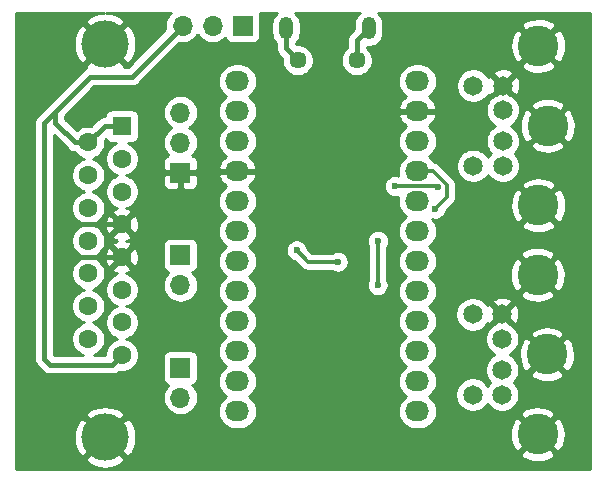
<source format=gbr>
G04 #@! TF.GenerationSoftware,KiCad,Pcbnew,5.1.4*
G04 #@! TF.CreationDate,2019-09-04T15:58:37+02:00*
G04 #@! TF.ProjectId,usb-to-ps2-gameport-hat-arduino-pro-mini,7573622d-746f-42d7-9073-322d67616d65,1.2*
G04 #@! TF.SameCoordinates,Original*
G04 #@! TF.FileFunction,Copper,L2,Bot*
G04 #@! TF.FilePolarity,Positive*
%FSLAX46Y46*%
G04 Gerber Fmt 4.6, Leading zero omitted, Abs format (unit mm)*
G04 Created by KiCad (PCBNEW 5.1.4) date 2019-09-04 15:58:37*
%MOMM*%
%LPD*%
G04 APERTURE LIST*
%ADD10R,1.600000X1.600000*%
%ADD11C,1.600000*%
%ADD12C,4.000000*%
%ADD13O,1.700000X1.700000*%
%ADD14R,1.700000X1.700000*%
%ADD15C,3.450000*%
%ADD16C,1.650000*%
%ADD17O,2.032000X1.727200*%
%ADD18C,1.450000*%
%ADD19O,1.200000X1.900000*%
%ADD20C,0.600000*%
%ADD21C,0.700000*%
%ADD22C,0.300000*%
%ADD23C,0.400000*%
%ADD24C,0.254000*%
G04 APERTURE END LIST*
D10*
X146812000Y-84582000D03*
D11*
X146812000Y-87352000D03*
X146812000Y-90122000D03*
X146812000Y-92892000D03*
X146812000Y-95662000D03*
X146812000Y-98432000D03*
X146812000Y-101202000D03*
X146812000Y-103972000D03*
X143972000Y-85967000D03*
X143972000Y-88737000D03*
X143972000Y-91507000D03*
X143972000Y-94277000D03*
X143972000Y-97047000D03*
X143972000Y-99817000D03*
X143972000Y-102587000D03*
D12*
X145392000Y-77627000D03*
X145392000Y-110927000D03*
D13*
X151955500Y-76073000D03*
X154495500Y-76073000D03*
D14*
X157035500Y-76073000D03*
D15*
X182070000Y-91298500D03*
X182870000Y-84548500D03*
X182070000Y-77798500D03*
D16*
X176570000Y-87948500D03*
X176570000Y-81148500D03*
X179070000Y-87948500D03*
X179070000Y-81148500D03*
X179070000Y-85848500D03*
X179070000Y-83248500D03*
D15*
X182006500Y-110666000D03*
X182806500Y-103916000D03*
X182006500Y-97166000D03*
D16*
X176506500Y-107316000D03*
X176506500Y-100516000D03*
X179006500Y-107316000D03*
X179006500Y-100516000D03*
X179006500Y-105216000D03*
X179006500Y-102616000D03*
D17*
X171831000Y-108712000D03*
X171831000Y-106172000D03*
X171831000Y-103632000D03*
X171831000Y-101092000D03*
X171831000Y-98552000D03*
X171831000Y-96012000D03*
X171831000Y-93472000D03*
X171831000Y-90932000D03*
X171831000Y-88392000D03*
X171831000Y-85852000D03*
X171831000Y-83312000D03*
X171831000Y-80772000D03*
D18*
X166711000Y-78996000D03*
X161711000Y-78996000D03*
D19*
X167711000Y-76296000D03*
X160711000Y-76296000D03*
D13*
X151765000Y-83439000D03*
X151765000Y-85979000D03*
D14*
X151765000Y-88519000D03*
D13*
X151765000Y-107569000D03*
D14*
X151765000Y-105029000D03*
D13*
X151765000Y-98044000D03*
D14*
X151765000Y-95504000D03*
D17*
X156591000Y-108712000D03*
X156591000Y-106172000D03*
X156591000Y-103632000D03*
X156591000Y-101092000D03*
X156591000Y-98552000D03*
X156591000Y-96012000D03*
X156591000Y-93472000D03*
X156591000Y-90932000D03*
X156591000Y-88392000D03*
X156591000Y-85852000D03*
X156591000Y-83312000D03*
X156591000Y-80772000D03*
D20*
X168465500Y-98044000D03*
X168496002Y-94297500D03*
D21*
X163068000Y-99441000D03*
X160972500Y-108204000D03*
X160655000Y-102362000D03*
X163576000Y-108331000D03*
X165148562Y-102366915D03*
X165735000Y-105410000D03*
X162306000Y-110871000D03*
X162877500Y-80010000D03*
X160337500Y-85471000D03*
X172021500Y-76263500D03*
X155194000Y-110490000D03*
X165671500Y-85217000D03*
X161417000Y-93853000D03*
X163004500Y-81915000D03*
D20*
X161604955Y-95098643D03*
X165100000Y-96075500D03*
X173355000Y-91567000D03*
X169926000Y-89662000D03*
X173586081Y-89750335D03*
D22*
X168465500Y-98044000D02*
X168465500Y-94328002D01*
X168465500Y-94328002D02*
X168496002Y-94297500D01*
D23*
X146812000Y-95662000D02*
X141890000Y-95662000D01*
X146812000Y-92892000D02*
X142422000Y-92892000D01*
X145357000Y-84582000D02*
X146812000Y-84582000D01*
X143972000Y-85967000D02*
X145357000Y-84582000D01*
X146012001Y-104771999D02*
X140712999Y-104771999D01*
X140712999Y-104771999D02*
X140208000Y-104267000D01*
X146812000Y-103972000D02*
X146012001Y-104771999D01*
X151955500Y-76073000D02*
X147637500Y-80391000D01*
X147637500Y-80391000D02*
X144145000Y-80391000D01*
X140493750Y-84042250D02*
X140208000Y-84328000D01*
X140208000Y-104267000D02*
X140208000Y-84963000D01*
X140208000Y-84963000D02*
X140208000Y-84328000D01*
X141160500Y-84286870D02*
X141160500Y-83375500D01*
X143972000Y-85967000D02*
X142840630Y-85967000D01*
X142840630Y-85967000D02*
X141160500Y-84286870D01*
X144145000Y-80391000D02*
X141160500Y-83375500D01*
X141160500Y-83375500D02*
X140493750Y-84042250D01*
D22*
X171831000Y-88392000D02*
X173147000Y-88392000D01*
X174307500Y-89552500D02*
X174307500Y-90614500D01*
X162581812Y-96075500D02*
X161604955Y-95098643D01*
X165100000Y-96075500D02*
X162581812Y-96075500D01*
X174307500Y-90614500D02*
X173355000Y-91567000D01*
X173147000Y-88392000D02*
X174307500Y-89552500D01*
D23*
X160711000Y-77996000D02*
X160711000Y-76296000D01*
X161711000Y-78996000D02*
X160711000Y-77996000D01*
X166711000Y-77296000D02*
X167711000Y-76296000D01*
X166711000Y-78996000D02*
X166711000Y-77296000D01*
D22*
X169926000Y-89662000D02*
X173497746Y-89662000D01*
X173497746Y-89662000D02*
X173586081Y-89750335D01*
D24*
G36*
X144852841Y-75034727D02*
G01*
X144357474Y-75189721D01*
X143940228Y-75412742D01*
X143724106Y-75779501D01*
X145392000Y-77447395D01*
X147059894Y-75779501D01*
X146843772Y-75412742D01*
X146383895Y-75172062D01*
X145885902Y-75025725D01*
X145431894Y-74985000D01*
X150940413Y-74985000D01*
X150900366Y-75017866D01*
X150714794Y-75243986D01*
X150576901Y-75501966D01*
X150491987Y-75781889D01*
X150463315Y-76073000D01*
X150491228Y-76356404D01*
X147291633Y-79556000D01*
X147011867Y-79556000D01*
X147059894Y-79474499D01*
X145392000Y-77806605D01*
X143724106Y-79474499D01*
X143811346Y-79622545D01*
X143678854Y-79693364D01*
X143551709Y-79797709D01*
X143525561Y-79829571D01*
X140599081Y-82756052D01*
X140599070Y-82756061D01*
X140599063Y-82756068D01*
X140567210Y-82782209D01*
X140541068Y-82814063D01*
X139932326Y-83422807D01*
X139932321Y-83422811D01*
X139646573Y-83708559D01*
X139614710Y-83734709D01*
X139555524Y-83806828D01*
X139510364Y-83861855D01*
X139432828Y-84006914D01*
X139431882Y-84010034D01*
X139385082Y-84164311D01*
X139375567Y-84260914D01*
X139368960Y-84328000D01*
X139373000Y-84369018D01*
X139373000Y-85004018D01*
X139373001Y-85004028D01*
X139373000Y-104225982D01*
X139368960Y-104267000D01*
X139373000Y-104308018D01*
X139385082Y-104430688D01*
X139432828Y-104588086D01*
X139510364Y-104733145D01*
X139614709Y-104860291D01*
X139646579Y-104886446D01*
X140093553Y-105333420D01*
X140119708Y-105365290D01*
X140246853Y-105469635D01*
X140391912Y-105547171D01*
X140549310Y-105594917D01*
X140671980Y-105606999D01*
X140671990Y-105606999D01*
X140712998Y-105611038D01*
X140754006Y-105606999D01*
X145970983Y-105606999D01*
X146012001Y-105611039D01*
X146053019Y-105606999D01*
X146053020Y-105606999D01*
X146175690Y-105594917D01*
X146333088Y-105547171D01*
X146478147Y-105469635D01*
X146577137Y-105388396D01*
X146670665Y-105407000D01*
X146953335Y-105407000D01*
X147230574Y-105351853D01*
X147491727Y-105243680D01*
X147726759Y-105086637D01*
X147926637Y-104886759D01*
X148083680Y-104651727D01*
X148191853Y-104390574D01*
X148247000Y-104113335D01*
X148247000Y-103830665D01*
X148191853Y-103553426D01*
X148083680Y-103292273D01*
X147926637Y-103057241D01*
X147726759Y-102857363D01*
X147491727Y-102700320D01*
X147230574Y-102592147D01*
X147204699Y-102587000D01*
X147230574Y-102581853D01*
X147491727Y-102473680D01*
X147726759Y-102316637D01*
X147926637Y-102116759D01*
X148083680Y-101881727D01*
X148191853Y-101620574D01*
X148247000Y-101343335D01*
X148247000Y-101060665D01*
X148191853Y-100783426D01*
X148083680Y-100522273D01*
X147926637Y-100287241D01*
X147726759Y-100087363D01*
X147491727Y-99930320D01*
X147230574Y-99822147D01*
X147204699Y-99817000D01*
X147230574Y-99811853D01*
X147491727Y-99703680D01*
X147726759Y-99546637D01*
X147926637Y-99346759D01*
X148083680Y-99111727D01*
X148191853Y-98850574D01*
X148247000Y-98573335D01*
X148247000Y-98290665D01*
X148197935Y-98044000D01*
X150272815Y-98044000D01*
X150301487Y-98335111D01*
X150386401Y-98615034D01*
X150524294Y-98873014D01*
X150709866Y-99099134D01*
X150935986Y-99284706D01*
X151193966Y-99422599D01*
X151473889Y-99507513D01*
X151692050Y-99529000D01*
X151837950Y-99529000D01*
X152056111Y-99507513D01*
X152336034Y-99422599D01*
X152594014Y-99284706D01*
X152820134Y-99099134D01*
X153005706Y-98873014D01*
X153143599Y-98615034D01*
X153228513Y-98335111D01*
X153257185Y-98044000D01*
X153228513Y-97752889D01*
X153143599Y-97472966D01*
X153005706Y-97214986D01*
X152820134Y-96988866D01*
X152790313Y-96964393D01*
X152859180Y-96943502D01*
X152969494Y-96884537D01*
X153066185Y-96805185D01*
X153145537Y-96708494D01*
X153204502Y-96598180D01*
X153240812Y-96478482D01*
X153253072Y-96354000D01*
X153253072Y-94654000D01*
X153240812Y-94529518D01*
X153204502Y-94409820D01*
X153145537Y-94299506D01*
X153066185Y-94202815D01*
X152969494Y-94123463D01*
X152859180Y-94064498D01*
X152739482Y-94028188D01*
X152615000Y-94015928D01*
X150915000Y-94015928D01*
X150790518Y-94028188D01*
X150670820Y-94064498D01*
X150560506Y-94123463D01*
X150463815Y-94202815D01*
X150384463Y-94299506D01*
X150325498Y-94409820D01*
X150289188Y-94529518D01*
X150276928Y-94654000D01*
X150276928Y-96354000D01*
X150289188Y-96478482D01*
X150325498Y-96598180D01*
X150384463Y-96708494D01*
X150463815Y-96805185D01*
X150560506Y-96884537D01*
X150670820Y-96943502D01*
X150739687Y-96964393D01*
X150709866Y-96988866D01*
X150524294Y-97214986D01*
X150386401Y-97472966D01*
X150301487Y-97752889D01*
X150272815Y-98044000D01*
X148197935Y-98044000D01*
X148191853Y-98013426D01*
X148083680Y-97752273D01*
X147926637Y-97517241D01*
X147726759Y-97317363D01*
X147491727Y-97160320D01*
X147230574Y-97052147D01*
X147202118Y-97046487D01*
X147428292Y-96965603D01*
X147553514Y-96898671D01*
X147625097Y-96654702D01*
X146812000Y-95841605D01*
X145998903Y-96654702D01*
X146070486Y-96898671D01*
X146325996Y-97019571D01*
X146428289Y-97045212D01*
X146393426Y-97052147D01*
X146132273Y-97160320D01*
X145897241Y-97317363D01*
X145697363Y-97517241D01*
X145540320Y-97752273D01*
X145432147Y-98013426D01*
X145377000Y-98290665D01*
X145377000Y-98573335D01*
X145432147Y-98850574D01*
X145540320Y-99111727D01*
X145697363Y-99346759D01*
X145897241Y-99546637D01*
X146132273Y-99703680D01*
X146393426Y-99811853D01*
X146419301Y-99817000D01*
X146393426Y-99822147D01*
X146132273Y-99930320D01*
X145897241Y-100087363D01*
X145697363Y-100287241D01*
X145540320Y-100522273D01*
X145432147Y-100783426D01*
X145377000Y-101060665D01*
X145377000Y-101343335D01*
X145432147Y-101620574D01*
X145540320Y-101881727D01*
X145697363Y-102116759D01*
X145897241Y-102316637D01*
X146132273Y-102473680D01*
X146393426Y-102581853D01*
X146419301Y-102587000D01*
X146393426Y-102592147D01*
X146132273Y-102700320D01*
X145897241Y-102857363D01*
X145697363Y-103057241D01*
X145540320Y-103292273D01*
X145432147Y-103553426D01*
X145377000Y-103830665D01*
X145377000Y-103936999D01*
X144462648Y-103936999D01*
X144651727Y-103858680D01*
X144886759Y-103701637D01*
X145086637Y-103501759D01*
X145243680Y-103266727D01*
X145351853Y-103005574D01*
X145407000Y-102728335D01*
X145407000Y-102445665D01*
X145351853Y-102168426D01*
X145243680Y-101907273D01*
X145086637Y-101672241D01*
X144886759Y-101472363D01*
X144651727Y-101315320D01*
X144390574Y-101207147D01*
X144364699Y-101202000D01*
X144390574Y-101196853D01*
X144651727Y-101088680D01*
X144886759Y-100931637D01*
X145086637Y-100731759D01*
X145243680Y-100496727D01*
X145351853Y-100235574D01*
X145407000Y-99958335D01*
X145407000Y-99675665D01*
X145351853Y-99398426D01*
X145243680Y-99137273D01*
X145086637Y-98902241D01*
X144886759Y-98702363D01*
X144651727Y-98545320D01*
X144390574Y-98437147D01*
X144364699Y-98432000D01*
X144390574Y-98426853D01*
X144651727Y-98318680D01*
X144886759Y-98161637D01*
X145086637Y-97961759D01*
X145243680Y-97726727D01*
X145351853Y-97465574D01*
X145407000Y-97188335D01*
X145407000Y-96905665D01*
X145351853Y-96628426D01*
X145243680Y-96367273D01*
X145086637Y-96132241D01*
X144886759Y-95932363D01*
X144651727Y-95775320D01*
X144548380Y-95732512D01*
X145371783Y-95732512D01*
X145413213Y-96012130D01*
X145508397Y-96278292D01*
X145575329Y-96403514D01*
X145819298Y-96475097D01*
X146632395Y-95662000D01*
X146991605Y-95662000D01*
X147804702Y-96475097D01*
X148048671Y-96403514D01*
X148169571Y-96148004D01*
X148238300Y-95873816D01*
X148252217Y-95591488D01*
X148210787Y-95311870D01*
X148115603Y-95045708D01*
X148048671Y-94920486D01*
X147804702Y-94848903D01*
X146991605Y-95662000D01*
X146632395Y-95662000D01*
X145819298Y-94848903D01*
X145575329Y-94920486D01*
X145454429Y-95175996D01*
X145385700Y-95450184D01*
X145371783Y-95732512D01*
X144548380Y-95732512D01*
X144390574Y-95667147D01*
X144364699Y-95662000D01*
X144390574Y-95656853D01*
X144651727Y-95548680D01*
X144886759Y-95391637D01*
X145086637Y-95191759D01*
X145243680Y-94956727D01*
X145351853Y-94695574D01*
X145407000Y-94418335D01*
X145407000Y-94135665D01*
X145357080Y-93884702D01*
X145998903Y-93884702D01*
X146070486Y-94128671D01*
X146325996Y-94249571D01*
X146428305Y-94275216D01*
X146195708Y-94358397D01*
X146070486Y-94425329D01*
X145998903Y-94669298D01*
X146812000Y-95482395D01*
X147625097Y-94669298D01*
X147553514Y-94425329D01*
X147298004Y-94304429D01*
X147195695Y-94278784D01*
X147428292Y-94195603D01*
X147553514Y-94128671D01*
X147625097Y-93884702D01*
X146812000Y-93071605D01*
X145998903Y-93884702D01*
X145357080Y-93884702D01*
X145351853Y-93858426D01*
X145243680Y-93597273D01*
X145086637Y-93362241D01*
X144886759Y-93162363D01*
X144651727Y-93005320D01*
X144548380Y-92962512D01*
X145371783Y-92962512D01*
X145413213Y-93242130D01*
X145508397Y-93508292D01*
X145575329Y-93633514D01*
X145819298Y-93705097D01*
X146632395Y-92892000D01*
X146991605Y-92892000D01*
X147804702Y-93705097D01*
X148048671Y-93633514D01*
X148169571Y-93378004D01*
X148238300Y-93103816D01*
X148252217Y-92821488D01*
X148210787Y-92541870D01*
X148115603Y-92275708D01*
X148048671Y-92150486D01*
X147804702Y-92078903D01*
X146991605Y-92892000D01*
X146632395Y-92892000D01*
X145819298Y-92078903D01*
X145575329Y-92150486D01*
X145454429Y-92405996D01*
X145385700Y-92680184D01*
X145371783Y-92962512D01*
X144548380Y-92962512D01*
X144390574Y-92897147D01*
X144364699Y-92892000D01*
X144390574Y-92886853D01*
X144651727Y-92778680D01*
X144886759Y-92621637D01*
X145086637Y-92421759D01*
X145243680Y-92186727D01*
X145351853Y-91925574D01*
X145407000Y-91648335D01*
X145407000Y-91365665D01*
X145351853Y-91088426D01*
X145243680Y-90827273D01*
X145086637Y-90592241D01*
X144886759Y-90392363D01*
X144651727Y-90235320D01*
X144390574Y-90127147D01*
X144364699Y-90122000D01*
X144390574Y-90116853D01*
X144651727Y-90008680D01*
X144886759Y-89851637D01*
X145086637Y-89651759D01*
X145243680Y-89416727D01*
X145351853Y-89155574D01*
X145407000Y-88878335D01*
X145407000Y-88595665D01*
X145351853Y-88318426D01*
X145243680Y-88057273D01*
X145086637Y-87822241D01*
X144886759Y-87622363D01*
X144651727Y-87465320D01*
X144390574Y-87357147D01*
X144364699Y-87352000D01*
X144390574Y-87346853D01*
X144651727Y-87238680D01*
X144886759Y-87081637D01*
X145086637Y-86881759D01*
X145243680Y-86646727D01*
X145351853Y-86385574D01*
X145407000Y-86108335D01*
X145407000Y-85825665D01*
X145388286Y-85731583D01*
X145447296Y-85672573D01*
X145481463Y-85736494D01*
X145560815Y-85833185D01*
X145657506Y-85912537D01*
X145767820Y-85971502D01*
X145887518Y-86007812D01*
X146012000Y-86020072D01*
X146277725Y-86020072D01*
X146132273Y-86080320D01*
X145897241Y-86237363D01*
X145697363Y-86437241D01*
X145540320Y-86672273D01*
X145432147Y-86933426D01*
X145377000Y-87210665D01*
X145377000Y-87493335D01*
X145432147Y-87770574D01*
X145540320Y-88031727D01*
X145697363Y-88266759D01*
X145897241Y-88466637D01*
X146132273Y-88623680D01*
X146393426Y-88731853D01*
X146419301Y-88737000D01*
X146393426Y-88742147D01*
X146132273Y-88850320D01*
X145897241Y-89007363D01*
X145697363Y-89207241D01*
X145540320Y-89442273D01*
X145432147Y-89703426D01*
X145377000Y-89980665D01*
X145377000Y-90263335D01*
X145432147Y-90540574D01*
X145540320Y-90801727D01*
X145697363Y-91036759D01*
X145897241Y-91236637D01*
X146132273Y-91393680D01*
X146393426Y-91501853D01*
X146421882Y-91507513D01*
X146195708Y-91588397D01*
X146070486Y-91655329D01*
X145998903Y-91899298D01*
X146812000Y-92712395D01*
X147625097Y-91899298D01*
X147553514Y-91655329D01*
X147298004Y-91534429D01*
X147195711Y-91508788D01*
X147230574Y-91501853D01*
X147491727Y-91393680D01*
X147726759Y-91236637D01*
X147926637Y-91036759D01*
X147996634Y-90932000D01*
X154932749Y-90932000D01*
X154961684Y-91225777D01*
X155047375Y-91508264D01*
X155186531Y-91768606D01*
X155373803Y-91996797D01*
X155601994Y-92184069D01*
X155635540Y-92202000D01*
X155601994Y-92219931D01*
X155373803Y-92407203D01*
X155186531Y-92635394D01*
X155047375Y-92895736D01*
X154961684Y-93178223D01*
X154932749Y-93472000D01*
X154961684Y-93765777D01*
X155047375Y-94048264D01*
X155186531Y-94308606D01*
X155373803Y-94536797D01*
X155601994Y-94724069D01*
X155635540Y-94742000D01*
X155601994Y-94759931D01*
X155373803Y-94947203D01*
X155186531Y-95175394D01*
X155047375Y-95435736D01*
X154961684Y-95718223D01*
X154932749Y-96012000D01*
X154961684Y-96305777D01*
X155047375Y-96588264D01*
X155186531Y-96848606D01*
X155373803Y-97076797D01*
X155601994Y-97264069D01*
X155635540Y-97282000D01*
X155601994Y-97299931D01*
X155373803Y-97487203D01*
X155186531Y-97715394D01*
X155047375Y-97975736D01*
X154961684Y-98258223D01*
X154932749Y-98552000D01*
X154961684Y-98845777D01*
X155047375Y-99128264D01*
X155186531Y-99388606D01*
X155373803Y-99616797D01*
X155601994Y-99804069D01*
X155635540Y-99822000D01*
X155601994Y-99839931D01*
X155373803Y-100027203D01*
X155186531Y-100255394D01*
X155047375Y-100515736D01*
X154961684Y-100798223D01*
X154932749Y-101092000D01*
X154961684Y-101385777D01*
X155047375Y-101668264D01*
X155186531Y-101928606D01*
X155373803Y-102156797D01*
X155601994Y-102344069D01*
X155635540Y-102362000D01*
X155601994Y-102379931D01*
X155373803Y-102567203D01*
X155186531Y-102795394D01*
X155047375Y-103055736D01*
X154961684Y-103338223D01*
X154932749Y-103632000D01*
X154961684Y-103925777D01*
X155047375Y-104208264D01*
X155186531Y-104468606D01*
X155373803Y-104696797D01*
X155601994Y-104884069D01*
X155635540Y-104902000D01*
X155601994Y-104919931D01*
X155373803Y-105107203D01*
X155186531Y-105335394D01*
X155047375Y-105595736D01*
X154961684Y-105878223D01*
X154932749Y-106172000D01*
X154961684Y-106465777D01*
X155047375Y-106748264D01*
X155186531Y-107008606D01*
X155373803Y-107236797D01*
X155601994Y-107424069D01*
X155635540Y-107442000D01*
X155601994Y-107459931D01*
X155373803Y-107647203D01*
X155186531Y-107875394D01*
X155047375Y-108135736D01*
X154961684Y-108418223D01*
X154932749Y-108712000D01*
X154961684Y-109005777D01*
X155047375Y-109288264D01*
X155186531Y-109548606D01*
X155373803Y-109776797D01*
X155601994Y-109964069D01*
X155862336Y-110103225D01*
X156144823Y-110188916D01*
X156364981Y-110210600D01*
X156817019Y-110210600D01*
X157037177Y-110188916D01*
X157319664Y-110103225D01*
X157580006Y-109964069D01*
X157808197Y-109776797D01*
X157995469Y-109548606D01*
X158134625Y-109288264D01*
X158220316Y-109005777D01*
X158249251Y-108712000D01*
X158220316Y-108418223D01*
X158134625Y-108135736D01*
X157995469Y-107875394D01*
X157808197Y-107647203D01*
X157580006Y-107459931D01*
X157546460Y-107442000D01*
X157580006Y-107424069D01*
X157808197Y-107236797D01*
X157995469Y-107008606D01*
X158134625Y-106748264D01*
X158220316Y-106465777D01*
X158249251Y-106172000D01*
X158220316Y-105878223D01*
X158134625Y-105595736D01*
X157995469Y-105335394D01*
X157808197Y-105107203D01*
X157580006Y-104919931D01*
X157546460Y-104902000D01*
X157580006Y-104884069D01*
X157808197Y-104696797D01*
X157995469Y-104468606D01*
X158134625Y-104208264D01*
X158220316Y-103925777D01*
X158249251Y-103632000D01*
X158220316Y-103338223D01*
X158134625Y-103055736D01*
X157995469Y-102795394D01*
X157808197Y-102567203D01*
X157580006Y-102379931D01*
X157546460Y-102362000D01*
X157580006Y-102344069D01*
X157808197Y-102156797D01*
X157995469Y-101928606D01*
X158134625Y-101668264D01*
X158220316Y-101385777D01*
X158249251Y-101092000D01*
X158220316Y-100798223D01*
X158134625Y-100515736D01*
X157995469Y-100255394D01*
X157808197Y-100027203D01*
X157580006Y-99839931D01*
X157546460Y-99822000D01*
X157580006Y-99804069D01*
X157808197Y-99616797D01*
X157995469Y-99388606D01*
X158134625Y-99128264D01*
X158220316Y-98845777D01*
X158249251Y-98552000D01*
X158220316Y-98258223D01*
X158134625Y-97975736D01*
X158121891Y-97951911D01*
X167530500Y-97951911D01*
X167530500Y-98136089D01*
X167566432Y-98316729D01*
X167636914Y-98486889D01*
X167739238Y-98640028D01*
X167869472Y-98770262D01*
X168022611Y-98872586D01*
X168192771Y-98943068D01*
X168373411Y-98979000D01*
X168557589Y-98979000D01*
X168738229Y-98943068D01*
X168908389Y-98872586D01*
X169061528Y-98770262D01*
X169191762Y-98640028D01*
X169294086Y-98486889D01*
X169364568Y-98316729D01*
X169400500Y-98136089D01*
X169400500Y-97951911D01*
X169364568Y-97771271D01*
X169294086Y-97601111D01*
X169250500Y-97535880D01*
X169250500Y-94851270D01*
X169324588Y-94740389D01*
X169395070Y-94570229D01*
X169431002Y-94389589D01*
X169431002Y-94205411D01*
X169395070Y-94024771D01*
X169324588Y-93854611D01*
X169222264Y-93701472D01*
X169092030Y-93571238D01*
X168938891Y-93468914D01*
X168768731Y-93398432D01*
X168588091Y-93362500D01*
X168403913Y-93362500D01*
X168223273Y-93398432D01*
X168053113Y-93468914D01*
X167899974Y-93571238D01*
X167769740Y-93701472D01*
X167667416Y-93854611D01*
X167596934Y-94024771D01*
X167561002Y-94205411D01*
X167561002Y-94389589D01*
X167596934Y-94570229D01*
X167667416Y-94740389D01*
X167680501Y-94759972D01*
X167680500Y-97535880D01*
X167636914Y-97601111D01*
X167566432Y-97771271D01*
X167530500Y-97951911D01*
X158121891Y-97951911D01*
X157995469Y-97715394D01*
X157808197Y-97487203D01*
X157580006Y-97299931D01*
X157546460Y-97282000D01*
X157580006Y-97264069D01*
X157808197Y-97076797D01*
X157995469Y-96848606D01*
X158134625Y-96588264D01*
X158220316Y-96305777D01*
X158249251Y-96012000D01*
X158220316Y-95718223D01*
X158134625Y-95435736D01*
X157995469Y-95175394D01*
X157856906Y-95006554D01*
X160669955Y-95006554D01*
X160669955Y-95190732D01*
X160705887Y-95371372D01*
X160776369Y-95541532D01*
X160878693Y-95694671D01*
X161008927Y-95824905D01*
X161162066Y-95927229D01*
X161332226Y-95997711D01*
X161409171Y-96013017D01*
X161999469Y-96603315D01*
X162024048Y-96633264D01*
X162053996Y-96657842D01*
X162053999Y-96657845D01*
X162070672Y-96671528D01*
X162143579Y-96731362D01*
X162279952Y-96804254D01*
X162393484Y-96838694D01*
X162427924Y-96849141D01*
X162442302Y-96850557D01*
X162543251Y-96860500D01*
X162543258Y-96860500D01*
X162581811Y-96864297D01*
X162620364Y-96860500D01*
X164591880Y-96860500D01*
X164657111Y-96904086D01*
X164827271Y-96974568D01*
X165007911Y-97010500D01*
X165192089Y-97010500D01*
X165372729Y-96974568D01*
X165542889Y-96904086D01*
X165696028Y-96801762D01*
X165826262Y-96671528D01*
X165928586Y-96518389D01*
X165999068Y-96348229D01*
X166035000Y-96167589D01*
X166035000Y-95983411D01*
X165999068Y-95802771D01*
X165928586Y-95632611D01*
X165826262Y-95479472D01*
X165696028Y-95349238D01*
X165542889Y-95246914D01*
X165372729Y-95176432D01*
X165192089Y-95140500D01*
X165007911Y-95140500D01*
X164827271Y-95176432D01*
X164657111Y-95246914D01*
X164591880Y-95290500D01*
X162906970Y-95290500D01*
X162519329Y-94902859D01*
X162504023Y-94825914D01*
X162433541Y-94655754D01*
X162331217Y-94502615D01*
X162200983Y-94372381D01*
X162047844Y-94270057D01*
X161877684Y-94199575D01*
X161697044Y-94163643D01*
X161512866Y-94163643D01*
X161332226Y-94199575D01*
X161162066Y-94270057D01*
X161008927Y-94372381D01*
X160878693Y-94502615D01*
X160776369Y-94655754D01*
X160705887Y-94825914D01*
X160669955Y-95006554D01*
X157856906Y-95006554D01*
X157808197Y-94947203D01*
X157580006Y-94759931D01*
X157546460Y-94742000D01*
X157580006Y-94724069D01*
X157808197Y-94536797D01*
X157995469Y-94308606D01*
X158134625Y-94048264D01*
X158220316Y-93765777D01*
X158249251Y-93472000D01*
X158220316Y-93178223D01*
X158134625Y-92895736D01*
X157995469Y-92635394D01*
X157808197Y-92407203D01*
X157580006Y-92219931D01*
X157546460Y-92202000D01*
X157580006Y-92184069D01*
X157808197Y-91996797D01*
X157995469Y-91768606D01*
X158134625Y-91508264D01*
X158220316Y-91225777D01*
X158249251Y-90932000D01*
X158220316Y-90638223D01*
X158134625Y-90355736D01*
X157995469Y-90095394D01*
X157808197Y-89867203D01*
X157580006Y-89679931D01*
X157540053Y-89658576D01*
X157661399Y-89569911D01*
X168991000Y-89569911D01*
X168991000Y-89754089D01*
X169026932Y-89934729D01*
X169097414Y-90104889D01*
X169199738Y-90258028D01*
X169329972Y-90388262D01*
X169483111Y-90490586D01*
X169653271Y-90561068D01*
X169833911Y-90597000D01*
X170018089Y-90597000D01*
X170198729Y-90561068D01*
X170228877Y-90548581D01*
X170201684Y-90638223D01*
X170172749Y-90932000D01*
X170201684Y-91225777D01*
X170287375Y-91508264D01*
X170426531Y-91768606D01*
X170613803Y-91996797D01*
X170841994Y-92184069D01*
X170875540Y-92202000D01*
X170841994Y-92219931D01*
X170613803Y-92407203D01*
X170426531Y-92635394D01*
X170287375Y-92895736D01*
X170201684Y-93178223D01*
X170172749Y-93472000D01*
X170201684Y-93765777D01*
X170287375Y-94048264D01*
X170426531Y-94308606D01*
X170613803Y-94536797D01*
X170841994Y-94724069D01*
X170875540Y-94742000D01*
X170841994Y-94759931D01*
X170613803Y-94947203D01*
X170426531Y-95175394D01*
X170287375Y-95435736D01*
X170201684Y-95718223D01*
X170172749Y-96012000D01*
X170201684Y-96305777D01*
X170287375Y-96588264D01*
X170426531Y-96848606D01*
X170613803Y-97076797D01*
X170841994Y-97264069D01*
X170875540Y-97282000D01*
X170841994Y-97299931D01*
X170613803Y-97487203D01*
X170426531Y-97715394D01*
X170287375Y-97975736D01*
X170201684Y-98258223D01*
X170172749Y-98552000D01*
X170201684Y-98845777D01*
X170287375Y-99128264D01*
X170426531Y-99388606D01*
X170613803Y-99616797D01*
X170841994Y-99804069D01*
X170875540Y-99822000D01*
X170841994Y-99839931D01*
X170613803Y-100027203D01*
X170426531Y-100255394D01*
X170287375Y-100515736D01*
X170201684Y-100798223D01*
X170172749Y-101092000D01*
X170201684Y-101385777D01*
X170287375Y-101668264D01*
X170426531Y-101928606D01*
X170613803Y-102156797D01*
X170841994Y-102344069D01*
X170875540Y-102362000D01*
X170841994Y-102379931D01*
X170613803Y-102567203D01*
X170426531Y-102795394D01*
X170287375Y-103055736D01*
X170201684Y-103338223D01*
X170172749Y-103632000D01*
X170201684Y-103925777D01*
X170287375Y-104208264D01*
X170426531Y-104468606D01*
X170613803Y-104696797D01*
X170841994Y-104884069D01*
X170875540Y-104902000D01*
X170841994Y-104919931D01*
X170613803Y-105107203D01*
X170426531Y-105335394D01*
X170287375Y-105595736D01*
X170201684Y-105878223D01*
X170172749Y-106172000D01*
X170201684Y-106465777D01*
X170287375Y-106748264D01*
X170426531Y-107008606D01*
X170613803Y-107236797D01*
X170841994Y-107424069D01*
X170875540Y-107442000D01*
X170841994Y-107459931D01*
X170613803Y-107647203D01*
X170426531Y-107875394D01*
X170287375Y-108135736D01*
X170201684Y-108418223D01*
X170172749Y-108712000D01*
X170201684Y-109005777D01*
X170287375Y-109288264D01*
X170426531Y-109548606D01*
X170613803Y-109776797D01*
X170841994Y-109964069D01*
X171102336Y-110103225D01*
X171384823Y-110188916D01*
X171604981Y-110210600D01*
X172057019Y-110210600D01*
X172277177Y-110188916D01*
X172559664Y-110103225D01*
X172820006Y-109964069D01*
X173048197Y-109776797D01*
X173235469Y-109548606D01*
X173374625Y-109288264D01*
X173457765Y-109014184D01*
X180534289Y-109014184D01*
X182006500Y-110486395D01*
X183478711Y-109014184D01*
X183295640Y-108675586D01*
X182882559Y-108462332D01*
X182435812Y-108333765D01*
X181972567Y-108294823D01*
X181510625Y-108347004D01*
X181067739Y-108488303D01*
X180717360Y-108675586D01*
X180534289Y-109014184D01*
X173457765Y-109014184D01*
X173460316Y-109005777D01*
X173489251Y-108712000D01*
X173460316Y-108418223D01*
X173374625Y-108135736D01*
X173235469Y-107875394D01*
X173048197Y-107647203D01*
X172820006Y-107459931D01*
X172786460Y-107442000D01*
X172820006Y-107424069D01*
X173048197Y-107236797D01*
X173101208Y-107172203D01*
X175046500Y-107172203D01*
X175046500Y-107459797D01*
X175102607Y-107741866D01*
X175212665Y-108007569D01*
X175372444Y-108246696D01*
X175575804Y-108450056D01*
X175814931Y-108609835D01*
X176080634Y-108719893D01*
X176362703Y-108776000D01*
X176650297Y-108776000D01*
X176932366Y-108719893D01*
X177198069Y-108609835D01*
X177437196Y-108450056D01*
X177640556Y-108246696D01*
X177756500Y-108073173D01*
X177872444Y-108246696D01*
X178075804Y-108450056D01*
X178314931Y-108609835D01*
X178580634Y-108719893D01*
X178862703Y-108776000D01*
X179150297Y-108776000D01*
X179432366Y-108719893D01*
X179698069Y-108609835D01*
X179937196Y-108450056D01*
X180140556Y-108246696D01*
X180300335Y-108007569D01*
X180410393Y-107741866D01*
X180466500Y-107459797D01*
X180466500Y-107172203D01*
X180410393Y-106890134D01*
X180300335Y-106624431D01*
X180140556Y-106385304D01*
X180021252Y-106266000D01*
X180140556Y-106146696D01*
X180300335Y-105907569D01*
X180410393Y-105641866D01*
X180425122Y-105567816D01*
X181334289Y-105567816D01*
X181517360Y-105906414D01*
X181930441Y-106119668D01*
X182377188Y-106248235D01*
X182840433Y-106287177D01*
X183302375Y-106234996D01*
X183745261Y-106093697D01*
X184095640Y-105906414D01*
X184278711Y-105567816D01*
X182806500Y-104095605D01*
X181334289Y-105567816D01*
X180425122Y-105567816D01*
X180466500Y-105359797D01*
X180466500Y-105072203D01*
X180410393Y-104790134D01*
X180300335Y-104524431D01*
X180140556Y-104285304D01*
X179937196Y-104081944D01*
X179739627Y-103949933D01*
X180435323Y-103949933D01*
X180487504Y-104411875D01*
X180628803Y-104854761D01*
X180816086Y-105205140D01*
X181154684Y-105388211D01*
X182626895Y-103916000D01*
X182986105Y-103916000D01*
X184458316Y-105388211D01*
X184796914Y-105205140D01*
X185010168Y-104792059D01*
X185138735Y-104345312D01*
X185177677Y-103882067D01*
X185125496Y-103420125D01*
X184984197Y-102977239D01*
X184796914Y-102626860D01*
X184458316Y-102443789D01*
X182986105Y-103916000D01*
X182626895Y-103916000D01*
X181154684Y-102443789D01*
X180816086Y-102626860D01*
X180602832Y-103039941D01*
X180474265Y-103486688D01*
X180435323Y-103949933D01*
X179739627Y-103949933D01*
X179698069Y-103922165D01*
X179683185Y-103916000D01*
X179698069Y-103909835D01*
X179937196Y-103750056D01*
X180140556Y-103546696D01*
X180300335Y-103307569D01*
X180410393Y-103041866D01*
X180466500Y-102759797D01*
X180466500Y-102472203D01*
X180425123Y-102264184D01*
X181334289Y-102264184D01*
X182806500Y-103736395D01*
X184278711Y-102264184D01*
X184095640Y-101925586D01*
X183682559Y-101712332D01*
X183235812Y-101583765D01*
X182772567Y-101544823D01*
X182310625Y-101597004D01*
X181867739Y-101738303D01*
X181517360Y-101925586D01*
X181334289Y-102264184D01*
X180425123Y-102264184D01*
X180410393Y-102190134D01*
X180300335Y-101924431D01*
X180140556Y-101685304D01*
X179937196Y-101481944D01*
X179698069Y-101322165D01*
X179587092Y-101276197D01*
X179006500Y-100695605D01*
X178425908Y-101276197D01*
X178314931Y-101322165D01*
X178075804Y-101481944D01*
X177872444Y-101685304D01*
X177712665Y-101924431D01*
X177602607Y-102190134D01*
X177546500Y-102472203D01*
X177546500Y-102759797D01*
X177602607Y-103041866D01*
X177712665Y-103307569D01*
X177872444Y-103546696D01*
X178075804Y-103750056D01*
X178314931Y-103909835D01*
X178329815Y-103916000D01*
X178314931Y-103922165D01*
X178075804Y-104081944D01*
X177872444Y-104285304D01*
X177712665Y-104524431D01*
X177602607Y-104790134D01*
X177546500Y-105072203D01*
X177546500Y-105359797D01*
X177602607Y-105641866D01*
X177712665Y-105907569D01*
X177872444Y-106146696D01*
X177991748Y-106266000D01*
X177872444Y-106385304D01*
X177756500Y-106558827D01*
X177640556Y-106385304D01*
X177437196Y-106181944D01*
X177198069Y-106022165D01*
X176932366Y-105912107D01*
X176650297Y-105856000D01*
X176362703Y-105856000D01*
X176080634Y-105912107D01*
X175814931Y-106022165D01*
X175575804Y-106181944D01*
X175372444Y-106385304D01*
X175212665Y-106624431D01*
X175102607Y-106890134D01*
X175046500Y-107172203D01*
X173101208Y-107172203D01*
X173235469Y-107008606D01*
X173374625Y-106748264D01*
X173460316Y-106465777D01*
X173489251Y-106172000D01*
X173460316Y-105878223D01*
X173374625Y-105595736D01*
X173235469Y-105335394D01*
X173048197Y-105107203D01*
X172820006Y-104919931D01*
X172786460Y-104902000D01*
X172820006Y-104884069D01*
X173048197Y-104696797D01*
X173235469Y-104468606D01*
X173374625Y-104208264D01*
X173460316Y-103925777D01*
X173489251Y-103632000D01*
X173460316Y-103338223D01*
X173374625Y-103055736D01*
X173235469Y-102795394D01*
X173048197Y-102567203D01*
X172820006Y-102379931D01*
X172786460Y-102362000D01*
X172820006Y-102344069D01*
X173048197Y-102156797D01*
X173235469Y-101928606D01*
X173374625Y-101668264D01*
X173460316Y-101385777D01*
X173489251Y-101092000D01*
X173460316Y-100798223D01*
X173374625Y-100515736D01*
X173297905Y-100372203D01*
X175046500Y-100372203D01*
X175046500Y-100659797D01*
X175102607Y-100941866D01*
X175212665Y-101207569D01*
X175372444Y-101446696D01*
X175575804Y-101650056D01*
X175814931Y-101809835D01*
X176080634Y-101919893D01*
X176362703Y-101976000D01*
X176650297Y-101976000D01*
X176932366Y-101919893D01*
X177198069Y-101809835D01*
X177437196Y-101650056D01*
X177640556Y-101446696D01*
X177755775Y-101274258D01*
X177995949Y-101346946D01*
X178826895Y-100516000D01*
X179186105Y-100516000D01*
X180017051Y-101346946D01*
X180263573Y-101272337D01*
X180386973Y-101012561D01*
X180457323Y-100733703D01*
X180471917Y-100446479D01*
X180430197Y-100161926D01*
X180333765Y-99890980D01*
X180263573Y-99759663D01*
X180017051Y-99685054D01*
X179186105Y-100516000D01*
X178826895Y-100516000D01*
X177995949Y-99685054D01*
X177755775Y-99757742D01*
X177640556Y-99585304D01*
X177560701Y-99505449D01*
X178175554Y-99505449D01*
X179006500Y-100336395D01*
X179837446Y-99505449D01*
X179762837Y-99258927D01*
X179503061Y-99135527D01*
X179224203Y-99065177D01*
X178936979Y-99050583D01*
X178652426Y-99092303D01*
X178381480Y-99188735D01*
X178250163Y-99258927D01*
X178175554Y-99505449D01*
X177560701Y-99505449D01*
X177437196Y-99381944D01*
X177198069Y-99222165D01*
X176932366Y-99112107D01*
X176650297Y-99056000D01*
X176362703Y-99056000D01*
X176080634Y-99112107D01*
X175814931Y-99222165D01*
X175575804Y-99381944D01*
X175372444Y-99585304D01*
X175212665Y-99824431D01*
X175102607Y-100090134D01*
X175046500Y-100372203D01*
X173297905Y-100372203D01*
X173235469Y-100255394D01*
X173048197Y-100027203D01*
X172820006Y-99839931D01*
X172786460Y-99822000D01*
X172820006Y-99804069D01*
X173048197Y-99616797D01*
X173235469Y-99388606D01*
X173374625Y-99128264D01*
X173460316Y-98845777D01*
X173463069Y-98817816D01*
X180534289Y-98817816D01*
X180717360Y-99156414D01*
X181130441Y-99369668D01*
X181577188Y-99498235D01*
X182040433Y-99537177D01*
X182502375Y-99484996D01*
X182945261Y-99343697D01*
X183295640Y-99156414D01*
X183478711Y-98817816D01*
X182006500Y-97345605D01*
X180534289Y-98817816D01*
X173463069Y-98817816D01*
X173489251Y-98552000D01*
X173460316Y-98258223D01*
X173374625Y-97975736D01*
X173235469Y-97715394D01*
X173048197Y-97487203D01*
X172820006Y-97299931D01*
X172786460Y-97282000D01*
X172820006Y-97264069D01*
X172898155Y-97199933D01*
X179635323Y-97199933D01*
X179687504Y-97661875D01*
X179828803Y-98104761D01*
X180016086Y-98455140D01*
X180354684Y-98638211D01*
X181826895Y-97166000D01*
X182186105Y-97166000D01*
X183658316Y-98638211D01*
X183996914Y-98455140D01*
X184210168Y-98042059D01*
X184338735Y-97595312D01*
X184377677Y-97132067D01*
X184325496Y-96670125D01*
X184184197Y-96227239D01*
X183996914Y-95876860D01*
X183658316Y-95693789D01*
X182186105Y-97166000D01*
X181826895Y-97166000D01*
X180354684Y-95693789D01*
X180016086Y-95876860D01*
X179802832Y-96289941D01*
X179674265Y-96736688D01*
X179635323Y-97199933D01*
X172898155Y-97199933D01*
X173048197Y-97076797D01*
X173235469Y-96848606D01*
X173374625Y-96588264D01*
X173460316Y-96305777D01*
X173489251Y-96012000D01*
X173460316Y-95718223D01*
X173398422Y-95514184D01*
X180534289Y-95514184D01*
X182006500Y-96986395D01*
X183478711Y-95514184D01*
X183295640Y-95175586D01*
X182882559Y-94962332D01*
X182435812Y-94833765D01*
X181972567Y-94794823D01*
X181510625Y-94847004D01*
X181067739Y-94988303D01*
X180717360Y-95175586D01*
X180534289Y-95514184D01*
X173398422Y-95514184D01*
X173374625Y-95435736D01*
X173235469Y-95175394D01*
X173048197Y-94947203D01*
X172820006Y-94759931D01*
X172786460Y-94742000D01*
X172820006Y-94724069D01*
X173048197Y-94536797D01*
X173235469Y-94308606D01*
X173374625Y-94048264D01*
X173460316Y-93765777D01*
X173489251Y-93472000D01*
X173460316Y-93178223D01*
X173391182Y-92950316D01*
X180597789Y-92950316D01*
X180780860Y-93288914D01*
X181193941Y-93502168D01*
X181640688Y-93630735D01*
X182103933Y-93669677D01*
X182565875Y-93617496D01*
X183008761Y-93476197D01*
X183359140Y-93288914D01*
X183542211Y-92950316D01*
X182070000Y-91478105D01*
X180597789Y-92950316D01*
X173391182Y-92950316D01*
X173374625Y-92895736D01*
X173235469Y-92635394D01*
X173099284Y-92469452D01*
X173262911Y-92502000D01*
X173447089Y-92502000D01*
X173627729Y-92466068D01*
X173797889Y-92395586D01*
X173951028Y-92293262D01*
X174081262Y-92163028D01*
X174183586Y-92009889D01*
X174254068Y-91839729D01*
X174269374Y-91762784D01*
X174699725Y-91332433D01*
X179698823Y-91332433D01*
X179751004Y-91794375D01*
X179892303Y-92237261D01*
X180079586Y-92587640D01*
X180418184Y-92770711D01*
X181890395Y-91298500D01*
X182249605Y-91298500D01*
X183721816Y-92770711D01*
X184060414Y-92587640D01*
X184273668Y-92174559D01*
X184402235Y-91727812D01*
X184441177Y-91264567D01*
X184388996Y-90802625D01*
X184247697Y-90359739D01*
X184060414Y-90009360D01*
X183721816Y-89826289D01*
X182249605Y-91298500D01*
X181890395Y-91298500D01*
X180418184Y-89826289D01*
X180079586Y-90009360D01*
X179866332Y-90422441D01*
X179737765Y-90869188D01*
X179698823Y-91332433D01*
X174699725Y-91332433D01*
X174835315Y-91196843D01*
X174865264Y-91172264D01*
X174909064Y-91118895D01*
X174934069Y-91088426D01*
X174963362Y-91052733D01*
X175036254Y-90916360D01*
X175081141Y-90768387D01*
X175092500Y-90653061D01*
X175092500Y-90653054D01*
X175096297Y-90614501D01*
X175092500Y-90575948D01*
X175092500Y-89646684D01*
X180597789Y-89646684D01*
X182070000Y-91118895D01*
X183542211Y-89646684D01*
X183359140Y-89308086D01*
X182946059Y-89094832D01*
X182499312Y-88966265D01*
X182036067Y-88927323D01*
X181574125Y-88979504D01*
X181131239Y-89120803D01*
X180780860Y-89308086D01*
X180597789Y-89646684D01*
X175092500Y-89646684D01*
X175092500Y-89591056D01*
X175096297Y-89552500D01*
X175092500Y-89513940D01*
X175092500Y-89513939D01*
X175086703Y-89455084D01*
X175081142Y-89398613D01*
X175036254Y-89250640D01*
X175021226Y-89222524D01*
X174963362Y-89114267D01*
X174865264Y-88994736D01*
X174835311Y-88970154D01*
X173729347Y-87864190D01*
X173704764Y-87834236D01*
X173668779Y-87804703D01*
X175110000Y-87804703D01*
X175110000Y-88092297D01*
X175166107Y-88374366D01*
X175276165Y-88640069D01*
X175435944Y-88879196D01*
X175639304Y-89082556D01*
X175878431Y-89242335D01*
X176144134Y-89352393D01*
X176426203Y-89408500D01*
X176713797Y-89408500D01*
X176995866Y-89352393D01*
X177261569Y-89242335D01*
X177500696Y-89082556D01*
X177704056Y-88879196D01*
X177820000Y-88705673D01*
X177935944Y-88879196D01*
X178139304Y-89082556D01*
X178378431Y-89242335D01*
X178644134Y-89352393D01*
X178926203Y-89408500D01*
X179213797Y-89408500D01*
X179495866Y-89352393D01*
X179761569Y-89242335D01*
X180000696Y-89082556D01*
X180204056Y-88879196D01*
X180363835Y-88640069D01*
X180473893Y-88374366D01*
X180530000Y-88092297D01*
X180530000Y-87804703D01*
X180473893Y-87522634D01*
X180363835Y-87256931D01*
X180204056Y-87017804D01*
X180084752Y-86898500D01*
X180204056Y-86779196D01*
X180363835Y-86540069D01*
X180473893Y-86274366D01*
X180488622Y-86200316D01*
X181397789Y-86200316D01*
X181580860Y-86538914D01*
X181993941Y-86752168D01*
X182440688Y-86880735D01*
X182903933Y-86919677D01*
X183365875Y-86867496D01*
X183808761Y-86726197D01*
X184159140Y-86538914D01*
X184342211Y-86200316D01*
X182870000Y-84728105D01*
X181397789Y-86200316D01*
X180488622Y-86200316D01*
X180530000Y-85992297D01*
X180530000Y-85704703D01*
X180473893Y-85422634D01*
X180363835Y-85156931D01*
X180204056Y-84917804D01*
X180000696Y-84714444D01*
X179803127Y-84582433D01*
X180498823Y-84582433D01*
X180551004Y-85044375D01*
X180692303Y-85487261D01*
X180879586Y-85837640D01*
X181218184Y-86020711D01*
X182690395Y-84548500D01*
X183049605Y-84548500D01*
X184521816Y-86020711D01*
X184860414Y-85837640D01*
X185073668Y-85424559D01*
X185202235Y-84977812D01*
X185241177Y-84514567D01*
X185188996Y-84052625D01*
X185047697Y-83609739D01*
X184860414Y-83259360D01*
X184521816Y-83076289D01*
X183049605Y-84548500D01*
X182690395Y-84548500D01*
X181218184Y-83076289D01*
X180879586Y-83259360D01*
X180666332Y-83672441D01*
X180537765Y-84119188D01*
X180498823Y-84582433D01*
X179803127Y-84582433D01*
X179761569Y-84554665D01*
X179746685Y-84548500D01*
X179761569Y-84542335D01*
X180000696Y-84382556D01*
X180204056Y-84179196D01*
X180363835Y-83940069D01*
X180473893Y-83674366D01*
X180530000Y-83392297D01*
X180530000Y-83104703D01*
X180488623Y-82896684D01*
X181397789Y-82896684D01*
X182870000Y-84368895D01*
X184342211Y-82896684D01*
X184159140Y-82558086D01*
X183746059Y-82344832D01*
X183299312Y-82216265D01*
X182836067Y-82177323D01*
X182374125Y-82229504D01*
X181931239Y-82370803D01*
X181580860Y-82558086D01*
X181397789Y-82896684D01*
X180488623Y-82896684D01*
X180473893Y-82822634D01*
X180363835Y-82556931D01*
X180204056Y-82317804D01*
X180000696Y-82114444D01*
X179761569Y-81954665D01*
X179650592Y-81908697D01*
X179070000Y-81328105D01*
X178489408Y-81908697D01*
X178378431Y-81954665D01*
X178139304Y-82114444D01*
X177935944Y-82317804D01*
X177776165Y-82556931D01*
X177666107Y-82822634D01*
X177610000Y-83104703D01*
X177610000Y-83392297D01*
X177666107Y-83674366D01*
X177776165Y-83940069D01*
X177935944Y-84179196D01*
X178139304Y-84382556D01*
X178378431Y-84542335D01*
X178393315Y-84548500D01*
X178378431Y-84554665D01*
X178139304Y-84714444D01*
X177935944Y-84917804D01*
X177776165Y-85156931D01*
X177666107Y-85422634D01*
X177610000Y-85704703D01*
X177610000Y-85992297D01*
X177666107Y-86274366D01*
X177776165Y-86540069D01*
X177935944Y-86779196D01*
X178055248Y-86898500D01*
X177935944Y-87017804D01*
X177820000Y-87191327D01*
X177704056Y-87017804D01*
X177500696Y-86814444D01*
X177261569Y-86654665D01*
X176995866Y-86544607D01*
X176713797Y-86488500D01*
X176426203Y-86488500D01*
X176144134Y-86544607D01*
X175878431Y-86654665D01*
X175639304Y-86814444D01*
X175435944Y-87017804D01*
X175276165Y-87256931D01*
X175166107Y-87522634D01*
X175110000Y-87804703D01*
X173668779Y-87804703D01*
X173585233Y-87736138D01*
X173448860Y-87663246D01*
X173300887Y-87618359D01*
X173267359Y-87615057D01*
X173235469Y-87555394D01*
X173048197Y-87327203D01*
X172820006Y-87139931D01*
X172786460Y-87122000D01*
X172820006Y-87104069D01*
X173048197Y-86916797D01*
X173235469Y-86688606D01*
X173374625Y-86428264D01*
X173460316Y-86145777D01*
X173489251Y-85852000D01*
X173460316Y-85558223D01*
X173374625Y-85275736D01*
X173235469Y-85015394D01*
X173048197Y-84787203D01*
X172820006Y-84599931D01*
X172780053Y-84578576D01*
X172982729Y-84430486D01*
X173181733Y-84214035D01*
X173334686Y-83962919D01*
X173435709Y-83686789D01*
X173438358Y-83671026D01*
X173317217Y-83439000D01*
X171958000Y-83439000D01*
X171958000Y-83459000D01*
X171704000Y-83459000D01*
X171704000Y-83439000D01*
X170344783Y-83439000D01*
X170223642Y-83671026D01*
X170226291Y-83686789D01*
X170327314Y-83962919D01*
X170480267Y-84214035D01*
X170679271Y-84430486D01*
X170881947Y-84578576D01*
X170841994Y-84599931D01*
X170613803Y-84787203D01*
X170426531Y-85015394D01*
X170287375Y-85275736D01*
X170201684Y-85558223D01*
X170172749Y-85852000D01*
X170201684Y-86145777D01*
X170287375Y-86428264D01*
X170426531Y-86688606D01*
X170613803Y-86916797D01*
X170841994Y-87104069D01*
X170875540Y-87122000D01*
X170841994Y-87139931D01*
X170613803Y-87327203D01*
X170426531Y-87555394D01*
X170287375Y-87815736D01*
X170201684Y-88098223D01*
X170172749Y-88392000D01*
X170201684Y-88685777D01*
X170228877Y-88775419D01*
X170198729Y-88762932D01*
X170018089Y-88727000D01*
X169833911Y-88727000D01*
X169653271Y-88762932D01*
X169483111Y-88833414D01*
X169329972Y-88935738D01*
X169199738Y-89065972D01*
X169097414Y-89219111D01*
X169026932Y-89389271D01*
X168991000Y-89569911D01*
X157661399Y-89569911D01*
X157742729Y-89510486D01*
X157941733Y-89294035D01*
X158094686Y-89042919D01*
X158195709Y-88766789D01*
X158198358Y-88751026D01*
X158077217Y-88519000D01*
X156718000Y-88519000D01*
X156718000Y-88539000D01*
X156464000Y-88539000D01*
X156464000Y-88519000D01*
X155104783Y-88519000D01*
X154983642Y-88751026D01*
X154986291Y-88766789D01*
X155087314Y-89042919D01*
X155240267Y-89294035D01*
X155439271Y-89510486D01*
X155641947Y-89658576D01*
X155601994Y-89679931D01*
X155373803Y-89867203D01*
X155186531Y-90095394D01*
X155047375Y-90355736D01*
X154961684Y-90638223D01*
X154932749Y-90932000D01*
X147996634Y-90932000D01*
X148083680Y-90801727D01*
X148191853Y-90540574D01*
X148247000Y-90263335D01*
X148247000Y-89980665D01*
X148191853Y-89703426D01*
X148083680Y-89442273D01*
X148034721Y-89369000D01*
X150276928Y-89369000D01*
X150289188Y-89493482D01*
X150325498Y-89613180D01*
X150384463Y-89723494D01*
X150463815Y-89820185D01*
X150560506Y-89899537D01*
X150670820Y-89958502D01*
X150790518Y-89994812D01*
X150915000Y-90007072D01*
X151479250Y-90004000D01*
X151638000Y-89845250D01*
X151638000Y-88646000D01*
X151892000Y-88646000D01*
X151892000Y-89845250D01*
X152050750Y-90004000D01*
X152615000Y-90007072D01*
X152739482Y-89994812D01*
X152859180Y-89958502D01*
X152969494Y-89899537D01*
X153066185Y-89820185D01*
X153145537Y-89723494D01*
X153204502Y-89613180D01*
X153240812Y-89493482D01*
X153253072Y-89369000D01*
X153250000Y-88804750D01*
X153091250Y-88646000D01*
X151892000Y-88646000D01*
X151638000Y-88646000D01*
X150438750Y-88646000D01*
X150280000Y-88804750D01*
X150276928Y-89369000D01*
X148034721Y-89369000D01*
X147926637Y-89207241D01*
X147726759Y-89007363D01*
X147491727Y-88850320D01*
X147230574Y-88742147D01*
X147204699Y-88737000D01*
X147230574Y-88731853D01*
X147491727Y-88623680D01*
X147726759Y-88466637D01*
X147926637Y-88266759D01*
X148083680Y-88031727D01*
X148191853Y-87770574D01*
X148247000Y-87493335D01*
X148247000Y-87210665D01*
X148191853Y-86933426D01*
X148083680Y-86672273D01*
X147926637Y-86437241D01*
X147726759Y-86237363D01*
X147491727Y-86080320D01*
X147346275Y-86020072D01*
X147612000Y-86020072D01*
X147736482Y-86007812D01*
X147856180Y-85971502D01*
X147966494Y-85912537D01*
X148063185Y-85833185D01*
X148142537Y-85736494D01*
X148201502Y-85626180D01*
X148237812Y-85506482D01*
X148250072Y-85382000D01*
X148250072Y-83782000D01*
X148237812Y-83657518D01*
X148201502Y-83537820D01*
X148148681Y-83439000D01*
X150272815Y-83439000D01*
X150301487Y-83730111D01*
X150386401Y-84010034D01*
X150524294Y-84268014D01*
X150709866Y-84494134D01*
X150935986Y-84679706D01*
X150990791Y-84709000D01*
X150935986Y-84738294D01*
X150709866Y-84923866D01*
X150524294Y-85149986D01*
X150386401Y-85407966D01*
X150301487Y-85687889D01*
X150272815Y-85979000D01*
X150301487Y-86270111D01*
X150386401Y-86550034D01*
X150524294Y-86808014D01*
X150709866Y-87034134D01*
X150739687Y-87058607D01*
X150670820Y-87079498D01*
X150560506Y-87138463D01*
X150463815Y-87217815D01*
X150384463Y-87314506D01*
X150325498Y-87424820D01*
X150289188Y-87544518D01*
X150276928Y-87669000D01*
X150280000Y-88233250D01*
X150438750Y-88392000D01*
X151638000Y-88392000D01*
X151638000Y-88372000D01*
X151892000Y-88372000D01*
X151892000Y-88392000D01*
X153091250Y-88392000D01*
X153250000Y-88233250D01*
X153253072Y-87669000D01*
X153240812Y-87544518D01*
X153204502Y-87424820D01*
X153145537Y-87314506D01*
X153066185Y-87217815D01*
X152969494Y-87138463D01*
X152859180Y-87079498D01*
X152790313Y-87058607D01*
X152820134Y-87034134D01*
X153005706Y-86808014D01*
X153143599Y-86550034D01*
X153228513Y-86270111D01*
X153257185Y-85979000D01*
X153228513Y-85687889D01*
X153143599Y-85407966D01*
X153005706Y-85149986D01*
X152820134Y-84923866D01*
X152594014Y-84738294D01*
X152539209Y-84709000D01*
X152594014Y-84679706D01*
X152820134Y-84494134D01*
X153005706Y-84268014D01*
X153143599Y-84010034D01*
X153228513Y-83730111D01*
X153257185Y-83439000D01*
X153228513Y-83147889D01*
X153143599Y-82867966D01*
X153005706Y-82609986D01*
X152820134Y-82383866D01*
X152594014Y-82198294D01*
X152336034Y-82060401D01*
X152056111Y-81975487D01*
X151837950Y-81954000D01*
X151692050Y-81954000D01*
X151473889Y-81975487D01*
X151193966Y-82060401D01*
X150935986Y-82198294D01*
X150709866Y-82383866D01*
X150524294Y-82609986D01*
X150386401Y-82867966D01*
X150301487Y-83147889D01*
X150272815Y-83439000D01*
X148148681Y-83439000D01*
X148142537Y-83427506D01*
X148063185Y-83330815D01*
X147966494Y-83251463D01*
X147856180Y-83192498D01*
X147736482Y-83156188D01*
X147612000Y-83143928D01*
X146012000Y-83143928D01*
X145887518Y-83156188D01*
X145767820Y-83192498D01*
X145657506Y-83251463D01*
X145560815Y-83330815D01*
X145481463Y-83427506D01*
X145422498Y-83537820D01*
X145386188Y-83657518D01*
X145377573Y-83744986D01*
X145357000Y-83742960D01*
X145315982Y-83747000D01*
X145315981Y-83747000D01*
X145193311Y-83759082D01*
X145035913Y-83806828D01*
X144890854Y-83884364D01*
X144763709Y-83988709D01*
X144737563Y-84020568D01*
X144207417Y-84550714D01*
X144113335Y-84532000D01*
X143830665Y-84532000D01*
X143553426Y-84587147D01*
X143292273Y-84695320D01*
X143057241Y-84852363D01*
X142982051Y-84927553D01*
X141995500Y-83941003D01*
X141995500Y-83721367D01*
X144490868Y-81226000D01*
X147596482Y-81226000D01*
X147637500Y-81230040D01*
X147678518Y-81226000D01*
X147678519Y-81226000D01*
X147801189Y-81213918D01*
X147958587Y-81166172D01*
X148103646Y-81088636D01*
X148230791Y-80984291D01*
X148256946Y-80952421D01*
X148437367Y-80772000D01*
X154932749Y-80772000D01*
X154961684Y-81065777D01*
X155047375Y-81348264D01*
X155186531Y-81608606D01*
X155373803Y-81836797D01*
X155601994Y-82024069D01*
X155635540Y-82042000D01*
X155601994Y-82059931D01*
X155373803Y-82247203D01*
X155186531Y-82475394D01*
X155047375Y-82735736D01*
X154961684Y-83018223D01*
X154932749Y-83312000D01*
X154961684Y-83605777D01*
X155047375Y-83888264D01*
X155186531Y-84148606D01*
X155373803Y-84376797D01*
X155601994Y-84564069D01*
X155635540Y-84582000D01*
X155601994Y-84599931D01*
X155373803Y-84787203D01*
X155186531Y-85015394D01*
X155047375Y-85275736D01*
X154961684Y-85558223D01*
X154932749Y-85852000D01*
X154961684Y-86145777D01*
X155047375Y-86428264D01*
X155186531Y-86688606D01*
X155373803Y-86916797D01*
X155601994Y-87104069D01*
X155641947Y-87125424D01*
X155439271Y-87273514D01*
X155240267Y-87489965D01*
X155087314Y-87741081D01*
X154986291Y-88017211D01*
X154983642Y-88032974D01*
X155104783Y-88265000D01*
X156464000Y-88265000D01*
X156464000Y-88245000D01*
X156718000Y-88245000D01*
X156718000Y-88265000D01*
X158077217Y-88265000D01*
X158198358Y-88032974D01*
X158195709Y-88017211D01*
X158094686Y-87741081D01*
X157941733Y-87489965D01*
X157742729Y-87273514D01*
X157540053Y-87125424D01*
X157580006Y-87104069D01*
X157808197Y-86916797D01*
X157995469Y-86688606D01*
X158134625Y-86428264D01*
X158220316Y-86145777D01*
X158249251Y-85852000D01*
X158220316Y-85558223D01*
X158134625Y-85275736D01*
X157995469Y-85015394D01*
X157808197Y-84787203D01*
X157580006Y-84599931D01*
X157546460Y-84582000D01*
X157580006Y-84564069D01*
X157808197Y-84376797D01*
X157995469Y-84148606D01*
X158134625Y-83888264D01*
X158220316Y-83605777D01*
X158249251Y-83312000D01*
X158220316Y-83018223D01*
X158134625Y-82735736D01*
X157995469Y-82475394D01*
X157808197Y-82247203D01*
X157580006Y-82059931D01*
X157546460Y-82042000D01*
X157580006Y-82024069D01*
X157808197Y-81836797D01*
X157995469Y-81608606D01*
X158134625Y-81348264D01*
X158220316Y-81065777D01*
X158249251Y-80772000D01*
X170172749Y-80772000D01*
X170201684Y-81065777D01*
X170287375Y-81348264D01*
X170426531Y-81608606D01*
X170613803Y-81836797D01*
X170841994Y-82024069D01*
X170881947Y-82045424D01*
X170679271Y-82193514D01*
X170480267Y-82409965D01*
X170327314Y-82661081D01*
X170226291Y-82937211D01*
X170223642Y-82952974D01*
X170344783Y-83185000D01*
X171704000Y-83185000D01*
X171704000Y-83165000D01*
X171958000Y-83165000D01*
X171958000Y-83185000D01*
X173317217Y-83185000D01*
X173438358Y-82952974D01*
X173435709Y-82937211D01*
X173334686Y-82661081D01*
X173181733Y-82409965D01*
X172982729Y-82193514D01*
X172780053Y-82045424D01*
X172820006Y-82024069D01*
X173048197Y-81836797D01*
X173235469Y-81608606D01*
X173374625Y-81348264D01*
X173460316Y-81065777D01*
X173466331Y-81004703D01*
X175110000Y-81004703D01*
X175110000Y-81292297D01*
X175166107Y-81574366D01*
X175276165Y-81840069D01*
X175435944Y-82079196D01*
X175639304Y-82282556D01*
X175878431Y-82442335D01*
X176144134Y-82552393D01*
X176426203Y-82608500D01*
X176713797Y-82608500D01*
X176995866Y-82552393D01*
X177261569Y-82442335D01*
X177500696Y-82282556D01*
X177704056Y-82079196D01*
X177819275Y-81906758D01*
X178059449Y-81979446D01*
X178890395Y-81148500D01*
X179249605Y-81148500D01*
X180080551Y-81979446D01*
X180327073Y-81904837D01*
X180450473Y-81645061D01*
X180520823Y-81366203D01*
X180535417Y-81078979D01*
X180493697Y-80794426D01*
X180397265Y-80523480D01*
X180327073Y-80392163D01*
X180080551Y-80317554D01*
X179249605Y-81148500D01*
X178890395Y-81148500D01*
X178059449Y-80317554D01*
X177819275Y-80390242D01*
X177704056Y-80217804D01*
X177624201Y-80137949D01*
X178239054Y-80137949D01*
X179070000Y-80968895D01*
X179900946Y-80137949D01*
X179826337Y-79891427D01*
X179566561Y-79768027D01*
X179287703Y-79697677D01*
X179000479Y-79683083D01*
X178715926Y-79724803D01*
X178444980Y-79821235D01*
X178313663Y-79891427D01*
X178239054Y-80137949D01*
X177624201Y-80137949D01*
X177500696Y-80014444D01*
X177261569Y-79854665D01*
X176995866Y-79744607D01*
X176713797Y-79688500D01*
X176426203Y-79688500D01*
X176144134Y-79744607D01*
X175878431Y-79854665D01*
X175639304Y-80014444D01*
X175435944Y-80217804D01*
X175276165Y-80456931D01*
X175166107Y-80722634D01*
X175110000Y-81004703D01*
X173466331Y-81004703D01*
X173489251Y-80772000D01*
X173460316Y-80478223D01*
X173374625Y-80195736D01*
X173235469Y-79935394D01*
X173048197Y-79707203D01*
X172820006Y-79519931D01*
X172689766Y-79450316D01*
X180597789Y-79450316D01*
X180780860Y-79788914D01*
X181193941Y-80002168D01*
X181640688Y-80130735D01*
X182103933Y-80169677D01*
X182565875Y-80117496D01*
X183008761Y-79976197D01*
X183359140Y-79788914D01*
X183542211Y-79450316D01*
X182070000Y-77978105D01*
X180597789Y-79450316D01*
X172689766Y-79450316D01*
X172559664Y-79380775D01*
X172277177Y-79295084D01*
X172057019Y-79273400D01*
X171604981Y-79273400D01*
X171384823Y-79295084D01*
X171102336Y-79380775D01*
X170841994Y-79519931D01*
X170613803Y-79707203D01*
X170426531Y-79935394D01*
X170287375Y-80195736D01*
X170201684Y-80478223D01*
X170172749Y-80772000D01*
X158249251Y-80772000D01*
X158220316Y-80478223D01*
X158134625Y-80195736D01*
X157995469Y-79935394D01*
X157808197Y-79707203D01*
X157580006Y-79519931D01*
X157319664Y-79380775D01*
X157037177Y-79295084D01*
X156817019Y-79273400D01*
X156364981Y-79273400D01*
X156144823Y-79295084D01*
X155862336Y-79380775D01*
X155601994Y-79519931D01*
X155373803Y-79707203D01*
X155186531Y-79935394D01*
X155047375Y-80195736D01*
X154961684Y-80478223D01*
X154932749Y-80772000D01*
X148437367Y-80772000D01*
X151672096Y-77537272D01*
X151882550Y-77558000D01*
X152028450Y-77558000D01*
X152246611Y-77536513D01*
X152526534Y-77451599D01*
X152784514Y-77313706D01*
X153010634Y-77128134D01*
X153196206Y-76902014D01*
X153225500Y-76847209D01*
X153254794Y-76902014D01*
X153440366Y-77128134D01*
X153666486Y-77313706D01*
X153924466Y-77451599D01*
X154204389Y-77536513D01*
X154422550Y-77558000D01*
X154568450Y-77558000D01*
X154786611Y-77536513D01*
X155066534Y-77451599D01*
X155324514Y-77313706D01*
X155550634Y-77128134D01*
X155575107Y-77098313D01*
X155595998Y-77167180D01*
X155654963Y-77277494D01*
X155734315Y-77374185D01*
X155831006Y-77453537D01*
X155941320Y-77512502D01*
X156061018Y-77548812D01*
X156185500Y-77561072D01*
X157885500Y-77561072D01*
X158009982Y-77548812D01*
X158129680Y-77512502D01*
X158239994Y-77453537D01*
X158336685Y-77374185D01*
X158416037Y-77277494D01*
X158475002Y-77167180D01*
X158511312Y-77047482D01*
X158523572Y-76923000D01*
X158523572Y-75223000D01*
X158511312Y-75098518D01*
X158476877Y-74985000D01*
X159935242Y-74985000D01*
X159833499Y-75068498D01*
X159679168Y-75256551D01*
X159564489Y-75471099D01*
X159493870Y-75703898D01*
X159476000Y-75885335D01*
X159476000Y-76706664D01*
X159493870Y-76888101D01*
X159564489Y-77120900D01*
X159679167Y-77335448D01*
X159833498Y-77523502D01*
X159876000Y-77558383D01*
X159876000Y-77954981D01*
X159871960Y-77996000D01*
X159885654Y-78135040D01*
X159888082Y-78159688D01*
X159935828Y-78317086D01*
X160013364Y-78462145D01*
X160117709Y-78589291D01*
X160149578Y-78615445D01*
X160358497Y-78824364D01*
X160351000Y-78862052D01*
X160351000Y-79129948D01*
X160403264Y-79392697D01*
X160505784Y-79640201D01*
X160654619Y-79862949D01*
X160844051Y-80052381D01*
X161066799Y-80201216D01*
X161314303Y-80303736D01*
X161577052Y-80356000D01*
X161844948Y-80356000D01*
X162107697Y-80303736D01*
X162355201Y-80201216D01*
X162577949Y-80052381D01*
X162767381Y-79862949D01*
X162916216Y-79640201D01*
X163018736Y-79392697D01*
X163071000Y-79129948D01*
X163071000Y-78862052D01*
X163018736Y-78599303D01*
X162916216Y-78351799D01*
X162767381Y-78129051D01*
X162577949Y-77939619D01*
X162355201Y-77790784D01*
X162107697Y-77688264D01*
X161844948Y-77636000D01*
X161577052Y-77636000D01*
X161546000Y-77642177D01*
X161546000Y-77558382D01*
X161588502Y-77523502D01*
X161742833Y-77335449D01*
X161857511Y-77120901D01*
X161928130Y-76888102D01*
X161946000Y-76706665D01*
X161946000Y-75885336D01*
X161928130Y-75703899D01*
X161857511Y-75471099D01*
X161742833Y-75256551D01*
X161588502Y-75068498D01*
X161486759Y-74985000D01*
X166935241Y-74985000D01*
X166833498Y-75068498D01*
X166679167Y-75256552D01*
X166564489Y-75471100D01*
X166493870Y-75703899D01*
X166476000Y-75885336D01*
X166476000Y-76350132D01*
X166149574Y-76676559D01*
X166117710Y-76702709D01*
X166091562Y-76734571D01*
X166013364Y-76829855D01*
X165935828Y-76974914D01*
X165888082Y-77132312D01*
X165871960Y-77296000D01*
X165876001Y-77337028D01*
X165876001Y-77918271D01*
X165844051Y-77939619D01*
X165654619Y-78129051D01*
X165505784Y-78351799D01*
X165403264Y-78599303D01*
X165351000Y-78862052D01*
X165351000Y-79129948D01*
X165403264Y-79392697D01*
X165505784Y-79640201D01*
X165654619Y-79862949D01*
X165844051Y-80052381D01*
X166066799Y-80201216D01*
X166314303Y-80303736D01*
X166577052Y-80356000D01*
X166844948Y-80356000D01*
X167107697Y-80303736D01*
X167355201Y-80201216D01*
X167577949Y-80052381D01*
X167767381Y-79862949D01*
X167916216Y-79640201D01*
X168018736Y-79392697D01*
X168071000Y-79129948D01*
X168071000Y-78862052D01*
X168018736Y-78599303D01*
X167916216Y-78351799D01*
X167767381Y-78129051D01*
X167577949Y-77939619D01*
X167546000Y-77918271D01*
X167546000Y-77870724D01*
X167711000Y-77886975D01*
X167953102Y-77863130D01*
X168054296Y-77832433D01*
X179698823Y-77832433D01*
X179751004Y-78294375D01*
X179892303Y-78737261D01*
X180079586Y-79087640D01*
X180418184Y-79270711D01*
X181890395Y-77798500D01*
X182249605Y-77798500D01*
X183721816Y-79270711D01*
X184060414Y-79087640D01*
X184273668Y-78674559D01*
X184402235Y-78227812D01*
X184441177Y-77764567D01*
X184388996Y-77302625D01*
X184247697Y-76859739D01*
X184060414Y-76509360D01*
X183721816Y-76326289D01*
X182249605Y-77798500D01*
X181890395Y-77798500D01*
X180418184Y-76326289D01*
X180079586Y-76509360D01*
X179866332Y-76922441D01*
X179737765Y-77369188D01*
X179698823Y-77832433D01*
X168054296Y-77832433D01*
X168185901Y-77792511D01*
X168400449Y-77677833D01*
X168588502Y-77523502D01*
X168742833Y-77335449D01*
X168857511Y-77120901D01*
X168928130Y-76888101D01*
X168946000Y-76706664D01*
X168946000Y-76146684D01*
X180597789Y-76146684D01*
X182070000Y-77618895D01*
X183542211Y-76146684D01*
X183359140Y-75808086D01*
X182946059Y-75594832D01*
X182499312Y-75466265D01*
X182036067Y-75427323D01*
X181574125Y-75479504D01*
X181131239Y-75620803D01*
X180780860Y-75808086D01*
X180597789Y-76146684D01*
X168946000Y-76146684D01*
X168946000Y-75885335D01*
X168928130Y-75703898D01*
X168857511Y-75471099D01*
X168742833Y-75256551D01*
X168588502Y-75068498D01*
X168486759Y-74985000D01*
X186475000Y-74985000D01*
X186475001Y-113615000D01*
X137845000Y-113615000D01*
X137845000Y-112774499D01*
X143724106Y-112774499D01*
X143940228Y-113141258D01*
X144400105Y-113381938D01*
X144898098Y-113528275D01*
X145415071Y-113574648D01*
X145931159Y-113519273D01*
X146426526Y-113364279D01*
X146843772Y-113141258D01*
X147059894Y-112774499D01*
X145392000Y-111106605D01*
X143724106Y-112774499D01*
X137845000Y-112774499D01*
X137845000Y-110950071D01*
X142744352Y-110950071D01*
X142799727Y-111466159D01*
X142954721Y-111961526D01*
X143177742Y-112378772D01*
X143544501Y-112594894D01*
X145212395Y-110927000D01*
X145571605Y-110927000D01*
X147239499Y-112594894D01*
X147606258Y-112378772D01*
X147638159Y-112317816D01*
X180534289Y-112317816D01*
X180717360Y-112656414D01*
X181130441Y-112869668D01*
X181577188Y-112998235D01*
X182040433Y-113037177D01*
X182502375Y-112984996D01*
X182945261Y-112843697D01*
X183295640Y-112656414D01*
X183478711Y-112317816D01*
X182006500Y-110845605D01*
X180534289Y-112317816D01*
X147638159Y-112317816D01*
X147846938Y-111918895D01*
X147993275Y-111420902D01*
X148039648Y-110903929D01*
X148017760Y-110699933D01*
X179635323Y-110699933D01*
X179687504Y-111161875D01*
X179828803Y-111604761D01*
X180016086Y-111955140D01*
X180354684Y-112138211D01*
X181826895Y-110666000D01*
X182186105Y-110666000D01*
X183658316Y-112138211D01*
X183996914Y-111955140D01*
X184210168Y-111542059D01*
X184338735Y-111095312D01*
X184377677Y-110632067D01*
X184325496Y-110170125D01*
X184184197Y-109727239D01*
X183996914Y-109376860D01*
X183658316Y-109193789D01*
X182186105Y-110666000D01*
X181826895Y-110666000D01*
X180354684Y-109193789D01*
X180016086Y-109376860D01*
X179802832Y-109789941D01*
X179674265Y-110236688D01*
X179635323Y-110699933D01*
X148017760Y-110699933D01*
X147984273Y-110387841D01*
X147829279Y-109892474D01*
X147606258Y-109475228D01*
X147239499Y-109259106D01*
X145571605Y-110927000D01*
X145212395Y-110927000D01*
X143544501Y-109259106D01*
X143177742Y-109475228D01*
X142937062Y-109935105D01*
X142790725Y-110433098D01*
X142744352Y-110950071D01*
X137845000Y-110950071D01*
X137845000Y-109079501D01*
X143724106Y-109079501D01*
X145392000Y-110747395D01*
X147059894Y-109079501D01*
X146843772Y-108712742D01*
X146383895Y-108472062D01*
X145885902Y-108325725D01*
X145368929Y-108279352D01*
X144852841Y-108334727D01*
X144357474Y-108489721D01*
X143940228Y-108712742D01*
X143724106Y-109079501D01*
X137845000Y-109079501D01*
X137845000Y-107569000D01*
X150272815Y-107569000D01*
X150301487Y-107860111D01*
X150386401Y-108140034D01*
X150524294Y-108398014D01*
X150709866Y-108624134D01*
X150935986Y-108809706D01*
X151193966Y-108947599D01*
X151473889Y-109032513D01*
X151692050Y-109054000D01*
X151837950Y-109054000D01*
X152056111Y-109032513D01*
X152336034Y-108947599D01*
X152594014Y-108809706D01*
X152820134Y-108624134D01*
X153005706Y-108398014D01*
X153143599Y-108140034D01*
X153228513Y-107860111D01*
X153257185Y-107569000D01*
X153228513Y-107277889D01*
X153143599Y-106997966D01*
X153005706Y-106739986D01*
X152820134Y-106513866D01*
X152790313Y-106489393D01*
X152859180Y-106468502D01*
X152969494Y-106409537D01*
X153066185Y-106330185D01*
X153145537Y-106233494D01*
X153204502Y-106123180D01*
X153240812Y-106003482D01*
X153253072Y-105879000D01*
X153253072Y-104179000D01*
X153240812Y-104054518D01*
X153204502Y-103934820D01*
X153145537Y-103824506D01*
X153066185Y-103727815D01*
X152969494Y-103648463D01*
X152859180Y-103589498D01*
X152739482Y-103553188D01*
X152615000Y-103540928D01*
X150915000Y-103540928D01*
X150790518Y-103553188D01*
X150670820Y-103589498D01*
X150560506Y-103648463D01*
X150463815Y-103727815D01*
X150384463Y-103824506D01*
X150325498Y-103934820D01*
X150289188Y-104054518D01*
X150276928Y-104179000D01*
X150276928Y-105879000D01*
X150289188Y-106003482D01*
X150325498Y-106123180D01*
X150384463Y-106233494D01*
X150463815Y-106330185D01*
X150560506Y-106409537D01*
X150670820Y-106468502D01*
X150739687Y-106489393D01*
X150709866Y-106513866D01*
X150524294Y-106739986D01*
X150386401Y-106997966D01*
X150301487Y-107277889D01*
X150272815Y-107569000D01*
X137845000Y-107569000D01*
X137845000Y-77650071D01*
X142744352Y-77650071D01*
X142799727Y-78166159D01*
X142954721Y-78661526D01*
X143177742Y-79078772D01*
X143544501Y-79294894D01*
X145212395Y-77627000D01*
X145571605Y-77627000D01*
X147239499Y-79294894D01*
X147606258Y-79078772D01*
X147846938Y-78618895D01*
X147993275Y-78120902D01*
X148039648Y-77603929D01*
X147984273Y-77087841D01*
X147829279Y-76592474D01*
X147606258Y-76175228D01*
X147239499Y-75959106D01*
X145571605Y-77627000D01*
X145212395Y-77627000D01*
X143544501Y-75959106D01*
X143177742Y-76175228D01*
X142937062Y-76635105D01*
X142790725Y-77133098D01*
X142744352Y-77650071D01*
X137845000Y-77650071D01*
X137845000Y-74985000D01*
X145316290Y-74985000D01*
X144852841Y-75034727D01*
X144852841Y-75034727D01*
G37*
X144852841Y-75034727D02*
X144357474Y-75189721D01*
X143940228Y-75412742D01*
X143724106Y-75779501D01*
X145392000Y-77447395D01*
X147059894Y-75779501D01*
X146843772Y-75412742D01*
X146383895Y-75172062D01*
X145885902Y-75025725D01*
X145431894Y-74985000D01*
X150940413Y-74985000D01*
X150900366Y-75017866D01*
X150714794Y-75243986D01*
X150576901Y-75501966D01*
X150491987Y-75781889D01*
X150463315Y-76073000D01*
X150491228Y-76356404D01*
X147291633Y-79556000D01*
X147011867Y-79556000D01*
X147059894Y-79474499D01*
X145392000Y-77806605D01*
X143724106Y-79474499D01*
X143811346Y-79622545D01*
X143678854Y-79693364D01*
X143551709Y-79797709D01*
X143525561Y-79829571D01*
X140599081Y-82756052D01*
X140599070Y-82756061D01*
X140599063Y-82756068D01*
X140567210Y-82782209D01*
X140541068Y-82814063D01*
X139932326Y-83422807D01*
X139932321Y-83422811D01*
X139646573Y-83708559D01*
X139614710Y-83734709D01*
X139555524Y-83806828D01*
X139510364Y-83861855D01*
X139432828Y-84006914D01*
X139431882Y-84010034D01*
X139385082Y-84164311D01*
X139375567Y-84260914D01*
X139368960Y-84328000D01*
X139373000Y-84369018D01*
X139373000Y-85004018D01*
X139373001Y-85004028D01*
X139373000Y-104225982D01*
X139368960Y-104267000D01*
X139373000Y-104308018D01*
X139385082Y-104430688D01*
X139432828Y-104588086D01*
X139510364Y-104733145D01*
X139614709Y-104860291D01*
X139646579Y-104886446D01*
X140093553Y-105333420D01*
X140119708Y-105365290D01*
X140246853Y-105469635D01*
X140391912Y-105547171D01*
X140549310Y-105594917D01*
X140671980Y-105606999D01*
X140671990Y-105606999D01*
X140712998Y-105611038D01*
X140754006Y-105606999D01*
X145970983Y-105606999D01*
X146012001Y-105611039D01*
X146053019Y-105606999D01*
X146053020Y-105606999D01*
X146175690Y-105594917D01*
X146333088Y-105547171D01*
X146478147Y-105469635D01*
X146577137Y-105388396D01*
X146670665Y-105407000D01*
X146953335Y-105407000D01*
X147230574Y-105351853D01*
X147491727Y-105243680D01*
X147726759Y-105086637D01*
X147926637Y-104886759D01*
X148083680Y-104651727D01*
X148191853Y-104390574D01*
X148247000Y-104113335D01*
X148247000Y-103830665D01*
X148191853Y-103553426D01*
X148083680Y-103292273D01*
X147926637Y-103057241D01*
X147726759Y-102857363D01*
X147491727Y-102700320D01*
X147230574Y-102592147D01*
X147204699Y-102587000D01*
X147230574Y-102581853D01*
X147491727Y-102473680D01*
X147726759Y-102316637D01*
X147926637Y-102116759D01*
X148083680Y-101881727D01*
X148191853Y-101620574D01*
X148247000Y-101343335D01*
X148247000Y-101060665D01*
X148191853Y-100783426D01*
X148083680Y-100522273D01*
X147926637Y-100287241D01*
X147726759Y-100087363D01*
X147491727Y-99930320D01*
X147230574Y-99822147D01*
X147204699Y-99817000D01*
X147230574Y-99811853D01*
X147491727Y-99703680D01*
X147726759Y-99546637D01*
X147926637Y-99346759D01*
X148083680Y-99111727D01*
X148191853Y-98850574D01*
X148247000Y-98573335D01*
X148247000Y-98290665D01*
X148197935Y-98044000D01*
X150272815Y-98044000D01*
X150301487Y-98335111D01*
X150386401Y-98615034D01*
X150524294Y-98873014D01*
X150709866Y-99099134D01*
X150935986Y-99284706D01*
X151193966Y-99422599D01*
X151473889Y-99507513D01*
X151692050Y-99529000D01*
X151837950Y-99529000D01*
X152056111Y-99507513D01*
X152336034Y-99422599D01*
X152594014Y-99284706D01*
X152820134Y-99099134D01*
X153005706Y-98873014D01*
X153143599Y-98615034D01*
X153228513Y-98335111D01*
X153257185Y-98044000D01*
X153228513Y-97752889D01*
X153143599Y-97472966D01*
X153005706Y-97214986D01*
X152820134Y-96988866D01*
X152790313Y-96964393D01*
X152859180Y-96943502D01*
X152969494Y-96884537D01*
X153066185Y-96805185D01*
X153145537Y-96708494D01*
X153204502Y-96598180D01*
X153240812Y-96478482D01*
X153253072Y-96354000D01*
X153253072Y-94654000D01*
X153240812Y-94529518D01*
X153204502Y-94409820D01*
X153145537Y-94299506D01*
X153066185Y-94202815D01*
X152969494Y-94123463D01*
X152859180Y-94064498D01*
X152739482Y-94028188D01*
X152615000Y-94015928D01*
X150915000Y-94015928D01*
X150790518Y-94028188D01*
X150670820Y-94064498D01*
X150560506Y-94123463D01*
X150463815Y-94202815D01*
X150384463Y-94299506D01*
X150325498Y-94409820D01*
X150289188Y-94529518D01*
X150276928Y-94654000D01*
X150276928Y-96354000D01*
X150289188Y-96478482D01*
X150325498Y-96598180D01*
X150384463Y-96708494D01*
X150463815Y-96805185D01*
X150560506Y-96884537D01*
X150670820Y-96943502D01*
X150739687Y-96964393D01*
X150709866Y-96988866D01*
X150524294Y-97214986D01*
X150386401Y-97472966D01*
X150301487Y-97752889D01*
X150272815Y-98044000D01*
X148197935Y-98044000D01*
X148191853Y-98013426D01*
X148083680Y-97752273D01*
X147926637Y-97517241D01*
X147726759Y-97317363D01*
X147491727Y-97160320D01*
X147230574Y-97052147D01*
X147202118Y-97046487D01*
X147428292Y-96965603D01*
X147553514Y-96898671D01*
X147625097Y-96654702D01*
X146812000Y-95841605D01*
X145998903Y-96654702D01*
X146070486Y-96898671D01*
X146325996Y-97019571D01*
X146428289Y-97045212D01*
X146393426Y-97052147D01*
X146132273Y-97160320D01*
X145897241Y-97317363D01*
X145697363Y-97517241D01*
X145540320Y-97752273D01*
X145432147Y-98013426D01*
X145377000Y-98290665D01*
X145377000Y-98573335D01*
X145432147Y-98850574D01*
X145540320Y-99111727D01*
X145697363Y-99346759D01*
X145897241Y-99546637D01*
X146132273Y-99703680D01*
X146393426Y-99811853D01*
X146419301Y-99817000D01*
X146393426Y-99822147D01*
X146132273Y-99930320D01*
X145897241Y-100087363D01*
X145697363Y-100287241D01*
X145540320Y-100522273D01*
X145432147Y-100783426D01*
X145377000Y-101060665D01*
X145377000Y-101343335D01*
X145432147Y-101620574D01*
X145540320Y-101881727D01*
X145697363Y-102116759D01*
X145897241Y-102316637D01*
X146132273Y-102473680D01*
X146393426Y-102581853D01*
X146419301Y-102587000D01*
X146393426Y-102592147D01*
X146132273Y-102700320D01*
X145897241Y-102857363D01*
X145697363Y-103057241D01*
X145540320Y-103292273D01*
X145432147Y-103553426D01*
X145377000Y-103830665D01*
X145377000Y-103936999D01*
X144462648Y-103936999D01*
X144651727Y-103858680D01*
X144886759Y-103701637D01*
X145086637Y-103501759D01*
X145243680Y-103266727D01*
X145351853Y-103005574D01*
X145407000Y-102728335D01*
X145407000Y-102445665D01*
X145351853Y-102168426D01*
X145243680Y-101907273D01*
X145086637Y-101672241D01*
X144886759Y-101472363D01*
X144651727Y-101315320D01*
X144390574Y-101207147D01*
X144364699Y-101202000D01*
X144390574Y-101196853D01*
X144651727Y-101088680D01*
X144886759Y-100931637D01*
X145086637Y-100731759D01*
X145243680Y-100496727D01*
X145351853Y-100235574D01*
X145407000Y-99958335D01*
X145407000Y-99675665D01*
X145351853Y-99398426D01*
X145243680Y-99137273D01*
X145086637Y-98902241D01*
X144886759Y-98702363D01*
X144651727Y-98545320D01*
X144390574Y-98437147D01*
X144364699Y-98432000D01*
X144390574Y-98426853D01*
X144651727Y-98318680D01*
X144886759Y-98161637D01*
X145086637Y-97961759D01*
X145243680Y-97726727D01*
X145351853Y-97465574D01*
X145407000Y-97188335D01*
X145407000Y-96905665D01*
X145351853Y-96628426D01*
X145243680Y-96367273D01*
X145086637Y-96132241D01*
X144886759Y-95932363D01*
X144651727Y-95775320D01*
X144548380Y-95732512D01*
X145371783Y-95732512D01*
X145413213Y-96012130D01*
X145508397Y-96278292D01*
X145575329Y-96403514D01*
X145819298Y-96475097D01*
X146632395Y-95662000D01*
X146991605Y-95662000D01*
X147804702Y-96475097D01*
X148048671Y-96403514D01*
X148169571Y-96148004D01*
X148238300Y-95873816D01*
X148252217Y-95591488D01*
X148210787Y-95311870D01*
X148115603Y-95045708D01*
X148048671Y-94920486D01*
X147804702Y-94848903D01*
X146991605Y-95662000D01*
X146632395Y-95662000D01*
X145819298Y-94848903D01*
X145575329Y-94920486D01*
X145454429Y-95175996D01*
X145385700Y-95450184D01*
X145371783Y-95732512D01*
X144548380Y-95732512D01*
X144390574Y-95667147D01*
X144364699Y-95662000D01*
X144390574Y-95656853D01*
X144651727Y-95548680D01*
X144886759Y-95391637D01*
X145086637Y-95191759D01*
X145243680Y-94956727D01*
X145351853Y-94695574D01*
X145407000Y-94418335D01*
X145407000Y-94135665D01*
X145357080Y-93884702D01*
X145998903Y-93884702D01*
X146070486Y-94128671D01*
X146325996Y-94249571D01*
X146428305Y-94275216D01*
X146195708Y-94358397D01*
X146070486Y-94425329D01*
X145998903Y-94669298D01*
X146812000Y-95482395D01*
X147625097Y-94669298D01*
X147553514Y-94425329D01*
X147298004Y-94304429D01*
X147195695Y-94278784D01*
X147428292Y-94195603D01*
X147553514Y-94128671D01*
X147625097Y-93884702D01*
X146812000Y-93071605D01*
X145998903Y-93884702D01*
X145357080Y-93884702D01*
X145351853Y-93858426D01*
X145243680Y-93597273D01*
X145086637Y-93362241D01*
X144886759Y-93162363D01*
X144651727Y-93005320D01*
X144548380Y-92962512D01*
X145371783Y-92962512D01*
X145413213Y-93242130D01*
X145508397Y-93508292D01*
X145575329Y-93633514D01*
X145819298Y-93705097D01*
X146632395Y-92892000D01*
X146991605Y-92892000D01*
X147804702Y-93705097D01*
X148048671Y-93633514D01*
X148169571Y-93378004D01*
X148238300Y-93103816D01*
X148252217Y-92821488D01*
X148210787Y-92541870D01*
X148115603Y-92275708D01*
X148048671Y-92150486D01*
X147804702Y-92078903D01*
X146991605Y-92892000D01*
X146632395Y-92892000D01*
X145819298Y-92078903D01*
X145575329Y-92150486D01*
X145454429Y-92405996D01*
X145385700Y-92680184D01*
X145371783Y-92962512D01*
X144548380Y-92962512D01*
X144390574Y-92897147D01*
X144364699Y-92892000D01*
X144390574Y-92886853D01*
X144651727Y-92778680D01*
X144886759Y-92621637D01*
X145086637Y-92421759D01*
X145243680Y-92186727D01*
X145351853Y-91925574D01*
X145407000Y-91648335D01*
X145407000Y-91365665D01*
X145351853Y-91088426D01*
X145243680Y-90827273D01*
X145086637Y-90592241D01*
X144886759Y-90392363D01*
X144651727Y-90235320D01*
X144390574Y-90127147D01*
X144364699Y-90122000D01*
X144390574Y-90116853D01*
X144651727Y-90008680D01*
X144886759Y-89851637D01*
X145086637Y-89651759D01*
X145243680Y-89416727D01*
X145351853Y-89155574D01*
X145407000Y-88878335D01*
X145407000Y-88595665D01*
X145351853Y-88318426D01*
X145243680Y-88057273D01*
X145086637Y-87822241D01*
X144886759Y-87622363D01*
X144651727Y-87465320D01*
X144390574Y-87357147D01*
X144364699Y-87352000D01*
X144390574Y-87346853D01*
X144651727Y-87238680D01*
X144886759Y-87081637D01*
X145086637Y-86881759D01*
X145243680Y-86646727D01*
X145351853Y-86385574D01*
X145407000Y-86108335D01*
X145407000Y-85825665D01*
X145388286Y-85731583D01*
X145447296Y-85672573D01*
X145481463Y-85736494D01*
X145560815Y-85833185D01*
X145657506Y-85912537D01*
X145767820Y-85971502D01*
X145887518Y-86007812D01*
X146012000Y-86020072D01*
X146277725Y-86020072D01*
X146132273Y-86080320D01*
X145897241Y-86237363D01*
X145697363Y-86437241D01*
X145540320Y-86672273D01*
X145432147Y-86933426D01*
X145377000Y-87210665D01*
X145377000Y-87493335D01*
X145432147Y-87770574D01*
X145540320Y-88031727D01*
X145697363Y-88266759D01*
X145897241Y-88466637D01*
X146132273Y-88623680D01*
X146393426Y-88731853D01*
X146419301Y-88737000D01*
X146393426Y-88742147D01*
X146132273Y-88850320D01*
X145897241Y-89007363D01*
X145697363Y-89207241D01*
X145540320Y-89442273D01*
X145432147Y-89703426D01*
X145377000Y-89980665D01*
X145377000Y-90263335D01*
X145432147Y-90540574D01*
X145540320Y-90801727D01*
X145697363Y-91036759D01*
X145897241Y-91236637D01*
X146132273Y-91393680D01*
X146393426Y-91501853D01*
X146421882Y-91507513D01*
X146195708Y-91588397D01*
X146070486Y-91655329D01*
X145998903Y-91899298D01*
X146812000Y-92712395D01*
X147625097Y-91899298D01*
X147553514Y-91655329D01*
X147298004Y-91534429D01*
X147195711Y-91508788D01*
X147230574Y-91501853D01*
X147491727Y-91393680D01*
X147726759Y-91236637D01*
X147926637Y-91036759D01*
X147996634Y-90932000D01*
X154932749Y-90932000D01*
X154961684Y-91225777D01*
X155047375Y-91508264D01*
X155186531Y-91768606D01*
X155373803Y-91996797D01*
X155601994Y-92184069D01*
X155635540Y-92202000D01*
X155601994Y-92219931D01*
X155373803Y-92407203D01*
X155186531Y-92635394D01*
X155047375Y-92895736D01*
X154961684Y-93178223D01*
X154932749Y-93472000D01*
X154961684Y-93765777D01*
X155047375Y-94048264D01*
X155186531Y-94308606D01*
X155373803Y-94536797D01*
X155601994Y-94724069D01*
X155635540Y-94742000D01*
X155601994Y-94759931D01*
X155373803Y-94947203D01*
X155186531Y-95175394D01*
X155047375Y-95435736D01*
X154961684Y-95718223D01*
X154932749Y-96012000D01*
X154961684Y-96305777D01*
X155047375Y-96588264D01*
X155186531Y-96848606D01*
X155373803Y-97076797D01*
X155601994Y-97264069D01*
X155635540Y-97282000D01*
X155601994Y-97299931D01*
X155373803Y-97487203D01*
X155186531Y-97715394D01*
X155047375Y-97975736D01*
X154961684Y-98258223D01*
X154932749Y-98552000D01*
X154961684Y-98845777D01*
X155047375Y-99128264D01*
X155186531Y-99388606D01*
X155373803Y-99616797D01*
X155601994Y-99804069D01*
X155635540Y-99822000D01*
X155601994Y-99839931D01*
X155373803Y-100027203D01*
X155186531Y-100255394D01*
X155047375Y-100515736D01*
X154961684Y-100798223D01*
X154932749Y-101092000D01*
X154961684Y-101385777D01*
X155047375Y-101668264D01*
X155186531Y-101928606D01*
X155373803Y-102156797D01*
X155601994Y-102344069D01*
X155635540Y-102362000D01*
X155601994Y-102379931D01*
X155373803Y-102567203D01*
X155186531Y-102795394D01*
X155047375Y-103055736D01*
X154961684Y-103338223D01*
X154932749Y-103632000D01*
X154961684Y-103925777D01*
X155047375Y-104208264D01*
X155186531Y-104468606D01*
X155373803Y-104696797D01*
X155601994Y-104884069D01*
X155635540Y-104902000D01*
X155601994Y-104919931D01*
X155373803Y-105107203D01*
X155186531Y-105335394D01*
X155047375Y-105595736D01*
X154961684Y-105878223D01*
X154932749Y-106172000D01*
X154961684Y-106465777D01*
X155047375Y-106748264D01*
X155186531Y-107008606D01*
X155373803Y-107236797D01*
X155601994Y-107424069D01*
X155635540Y-107442000D01*
X155601994Y-107459931D01*
X155373803Y-107647203D01*
X155186531Y-107875394D01*
X155047375Y-108135736D01*
X154961684Y-108418223D01*
X154932749Y-108712000D01*
X154961684Y-109005777D01*
X155047375Y-109288264D01*
X155186531Y-109548606D01*
X155373803Y-109776797D01*
X155601994Y-109964069D01*
X155862336Y-110103225D01*
X156144823Y-110188916D01*
X156364981Y-110210600D01*
X156817019Y-110210600D01*
X157037177Y-110188916D01*
X157319664Y-110103225D01*
X157580006Y-109964069D01*
X157808197Y-109776797D01*
X157995469Y-109548606D01*
X158134625Y-109288264D01*
X158220316Y-109005777D01*
X158249251Y-108712000D01*
X158220316Y-108418223D01*
X158134625Y-108135736D01*
X157995469Y-107875394D01*
X157808197Y-107647203D01*
X157580006Y-107459931D01*
X157546460Y-107442000D01*
X157580006Y-107424069D01*
X157808197Y-107236797D01*
X157995469Y-107008606D01*
X158134625Y-106748264D01*
X158220316Y-106465777D01*
X158249251Y-106172000D01*
X158220316Y-105878223D01*
X158134625Y-105595736D01*
X157995469Y-105335394D01*
X157808197Y-105107203D01*
X157580006Y-104919931D01*
X157546460Y-104902000D01*
X157580006Y-104884069D01*
X157808197Y-104696797D01*
X157995469Y-104468606D01*
X158134625Y-104208264D01*
X158220316Y-103925777D01*
X158249251Y-103632000D01*
X158220316Y-103338223D01*
X158134625Y-103055736D01*
X157995469Y-102795394D01*
X157808197Y-102567203D01*
X157580006Y-102379931D01*
X157546460Y-102362000D01*
X157580006Y-102344069D01*
X157808197Y-102156797D01*
X157995469Y-101928606D01*
X158134625Y-101668264D01*
X158220316Y-101385777D01*
X158249251Y-101092000D01*
X158220316Y-100798223D01*
X158134625Y-100515736D01*
X157995469Y-100255394D01*
X157808197Y-100027203D01*
X157580006Y-99839931D01*
X157546460Y-99822000D01*
X157580006Y-99804069D01*
X157808197Y-99616797D01*
X157995469Y-99388606D01*
X158134625Y-99128264D01*
X158220316Y-98845777D01*
X158249251Y-98552000D01*
X158220316Y-98258223D01*
X158134625Y-97975736D01*
X158121891Y-97951911D01*
X167530500Y-97951911D01*
X167530500Y-98136089D01*
X167566432Y-98316729D01*
X167636914Y-98486889D01*
X167739238Y-98640028D01*
X167869472Y-98770262D01*
X168022611Y-98872586D01*
X168192771Y-98943068D01*
X168373411Y-98979000D01*
X168557589Y-98979000D01*
X168738229Y-98943068D01*
X168908389Y-98872586D01*
X169061528Y-98770262D01*
X169191762Y-98640028D01*
X169294086Y-98486889D01*
X169364568Y-98316729D01*
X169400500Y-98136089D01*
X169400500Y-97951911D01*
X169364568Y-97771271D01*
X169294086Y-97601111D01*
X169250500Y-97535880D01*
X169250500Y-94851270D01*
X169324588Y-94740389D01*
X169395070Y-94570229D01*
X169431002Y-94389589D01*
X169431002Y-94205411D01*
X169395070Y-94024771D01*
X169324588Y-93854611D01*
X169222264Y-93701472D01*
X169092030Y-93571238D01*
X168938891Y-93468914D01*
X168768731Y-93398432D01*
X168588091Y-93362500D01*
X168403913Y-93362500D01*
X168223273Y-93398432D01*
X168053113Y-93468914D01*
X167899974Y-93571238D01*
X167769740Y-93701472D01*
X167667416Y-93854611D01*
X167596934Y-94024771D01*
X167561002Y-94205411D01*
X167561002Y-94389589D01*
X167596934Y-94570229D01*
X167667416Y-94740389D01*
X167680501Y-94759972D01*
X167680500Y-97535880D01*
X167636914Y-97601111D01*
X167566432Y-97771271D01*
X167530500Y-97951911D01*
X158121891Y-97951911D01*
X157995469Y-97715394D01*
X157808197Y-97487203D01*
X157580006Y-97299931D01*
X157546460Y-97282000D01*
X157580006Y-97264069D01*
X157808197Y-97076797D01*
X157995469Y-96848606D01*
X158134625Y-96588264D01*
X158220316Y-96305777D01*
X158249251Y-96012000D01*
X158220316Y-95718223D01*
X158134625Y-95435736D01*
X157995469Y-95175394D01*
X157856906Y-95006554D01*
X160669955Y-95006554D01*
X160669955Y-95190732D01*
X160705887Y-95371372D01*
X160776369Y-95541532D01*
X160878693Y-95694671D01*
X161008927Y-95824905D01*
X161162066Y-95927229D01*
X161332226Y-95997711D01*
X161409171Y-96013017D01*
X161999469Y-96603315D01*
X162024048Y-96633264D01*
X162053996Y-96657842D01*
X162053999Y-96657845D01*
X162070672Y-96671528D01*
X162143579Y-96731362D01*
X162279952Y-96804254D01*
X162393484Y-96838694D01*
X162427924Y-96849141D01*
X162442302Y-96850557D01*
X162543251Y-96860500D01*
X162543258Y-96860500D01*
X162581811Y-96864297D01*
X162620364Y-96860500D01*
X164591880Y-96860500D01*
X164657111Y-96904086D01*
X164827271Y-96974568D01*
X165007911Y-97010500D01*
X165192089Y-97010500D01*
X165372729Y-96974568D01*
X165542889Y-96904086D01*
X165696028Y-96801762D01*
X165826262Y-96671528D01*
X165928586Y-96518389D01*
X165999068Y-96348229D01*
X166035000Y-96167589D01*
X166035000Y-95983411D01*
X165999068Y-95802771D01*
X165928586Y-95632611D01*
X165826262Y-95479472D01*
X165696028Y-95349238D01*
X165542889Y-95246914D01*
X165372729Y-95176432D01*
X165192089Y-95140500D01*
X165007911Y-95140500D01*
X164827271Y-95176432D01*
X164657111Y-95246914D01*
X164591880Y-95290500D01*
X162906970Y-95290500D01*
X162519329Y-94902859D01*
X162504023Y-94825914D01*
X162433541Y-94655754D01*
X162331217Y-94502615D01*
X162200983Y-94372381D01*
X162047844Y-94270057D01*
X161877684Y-94199575D01*
X161697044Y-94163643D01*
X161512866Y-94163643D01*
X161332226Y-94199575D01*
X161162066Y-94270057D01*
X161008927Y-94372381D01*
X160878693Y-94502615D01*
X160776369Y-94655754D01*
X160705887Y-94825914D01*
X160669955Y-95006554D01*
X157856906Y-95006554D01*
X157808197Y-94947203D01*
X157580006Y-94759931D01*
X157546460Y-94742000D01*
X157580006Y-94724069D01*
X157808197Y-94536797D01*
X157995469Y-94308606D01*
X158134625Y-94048264D01*
X158220316Y-93765777D01*
X158249251Y-93472000D01*
X158220316Y-93178223D01*
X158134625Y-92895736D01*
X157995469Y-92635394D01*
X157808197Y-92407203D01*
X157580006Y-92219931D01*
X157546460Y-92202000D01*
X157580006Y-92184069D01*
X157808197Y-91996797D01*
X157995469Y-91768606D01*
X158134625Y-91508264D01*
X158220316Y-91225777D01*
X158249251Y-90932000D01*
X158220316Y-90638223D01*
X158134625Y-90355736D01*
X157995469Y-90095394D01*
X157808197Y-89867203D01*
X157580006Y-89679931D01*
X157540053Y-89658576D01*
X157661399Y-89569911D01*
X168991000Y-89569911D01*
X168991000Y-89754089D01*
X169026932Y-89934729D01*
X169097414Y-90104889D01*
X169199738Y-90258028D01*
X169329972Y-90388262D01*
X169483111Y-90490586D01*
X169653271Y-90561068D01*
X169833911Y-90597000D01*
X170018089Y-90597000D01*
X170198729Y-90561068D01*
X170228877Y-90548581D01*
X170201684Y-90638223D01*
X170172749Y-90932000D01*
X170201684Y-91225777D01*
X170287375Y-91508264D01*
X170426531Y-91768606D01*
X170613803Y-91996797D01*
X170841994Y-92184069D01*
X170875540Y-92202000D01*
X170841994Y-92219931D01*
X170613803Y-92407203D01*
X170426531Y-92635394D01*
X170287375Y-92895736D01*
X170201684Y-93178223D01*
X170172749Y-93472000D01*
X170201684Y-93765777D01*
X170287375Y-94048264D01*
X170426531Y-94308606D01*
X170613803Y-94536797D01*
X170841994Y-94724069D01*
X170875540Y-94742000D01*
X170841994Y-94759931D01*
X170613803Y-94947203D01*
X170426531Y-95175394D01*
X170287375Y-95435736D01*
X170201684Y-95718223D01*
X170172749Y-96012000D01*
X170201684Y-96305777D01*
X170287375Y-96588264D01*
X170426531Y-96848606D01*
X170613803Y-97076797D01*
X170841994Y-97264069D01*
X170875540Y-97282000D01*
X170841994Y-97299931D01*
X170613803Y-97487203D01*
X170426531Y-97715394D01*
X170287375Y-97975736D01*
X170201684Y-98258223D01*
X170172749Y-98552000D01*
X170201684Y-98845777D01*
X170287375Y-99128264D01*
X170426531Y-99388606D01*
X170613803Y-99616797D01*
X170841994Y-99804069D01*
X170875540Y-99822000D01*
X170841994Y-99839931D01*
X170613803Y-100027203D01*
X170426531Y-100255394D01*
X170287375Y-100515736D01*
X170201684Y-100798223D01*
X170172749Y-101092000D01*
X170201684Y-101385777D01*
X170287375Y-101668264D01*
X170426531Y-101928606D01*
X170613803Y-102156797D01*
X170841994Y-102344069D01*
X170875540Y-102362000D01*
X170841994Y-102379931D01*
X170613803Y-102567203D01*
X170426531Y-102795394D01*
X170287375Y-103055736D01*
X170201684Y-103338223D01*
X170172749Y-103632000D01*
X170201684Y-103925777D01*
X170287375Y-104208264D01*
X170426531Y-104468606D01*
X170613803Y-104696797D01*
X170841994Y-104884069D01*
X170875540Y-104902000D01*
X170841994Y-104919931D01*
X170613803Y-105107203D01*
X170426531Y-105335394D01*
X170287375Y-105595736D01*
X170201684Y-105878223D01*
X170172749Y-106172000D01*
X170201684Y-106465777D01*
X170287375Y-106748264D01*
X170426531Y-107008606D01*
X170613803Y-107236797D01*
X170841994Y-107424069D01*
X170875540Y-107442000D01*
X170841994Y-107459931D01*
X170613803Y-107647203D01*
X170426531Y-107875394D01*
X170287375Y-108135736D01*
X170201684Y-108418223D01*
X170172749Y-108712000D01*
X170201684Y-109005777D01*
X170287375Y-109288264D01*
X170426531Y-109548606D01*
X170613803Y-109776797D01*
X170841994Y-109964069D01*
X171102336Y-110103225D01*
X171384823Y-110188916D01*
X171604981Y-110210600D01*
X172057019Y-110210600D01*
X172277177Y-110188916D01*
X172559664Y-110103225D01*
X172820006Y-109964069D01*
X173048197Y-109776797D01*
X173235469Y-109548606D01*
X173374625Y-109288264D01*
X173457765Y-109014184D01*
X180534289Y-109014184D01*
X182006500Y-110486395D01*
X183478711Y-109014184D01*
X183295640Y-108675586D01*
X182882559Y-108462332D01*
X182435812Y-108333765D01*
X181972567Y-108294823D01*
X181510625Y-108347004D01*
X181067739Y-108488303D01*
X180717360Y-108675586D01*
X180534289Y-109014184D01*
X173457765Y-109014184D01*
X173460316Y-109005777D01*
X173489251Y-108712000D01*
X173460316Y-108418223D01*
X173374625Y-108135736D01*
X173235469Y-107875394D01*
X173048197Y-107647203D01*
X172820006Y-107459931D01*
X172786460Y-107442000D01*
X172820006Y-107424069D01*
X173048197Y-107236797D01*
X173101208Y-107172203D01*
X175046500Y-107172203D01*
X175046500Y-107459797D01*
X175102607Y-107741866D01*
X175212665Y-108007569D01*
X175372444Y-108246696D01*
X175575804Y-108450056D01*
X175814931Y-108609835D01*
X176080634Y-108719893D01*
X176362703Y-108776000D01*
X176650297Y-108776000D01*
X176932366Y-108719893D01*
X177198069Y-108609835D01*
X177437196Y-108450056D01*
X177640556Y-108246696D01*
X177756500Y-108073173D01*
X177872444Y-108246696D01*
X178075804Y-108450056D01*
X178314931Y-108609835D01*
X178580634Y-108719893D01*
X178862703Y-108776000D01*
X179150297Y-108776000D01*
X179432366Y-108719893D01*
X179698069Y-108609835D01*
X179937196Y-108450056D01*
X180140556Y-108246696D01*
X180300335Y-108007569D01*
X180410393Y-107741866D01*
X180466500Y-107459797D01*
X180466500Y-107172203D01*
X180410393Y-106890134D01*
X180300335Y-106624431D01*
X180140556Y-106385304D01*
X180021252Y-106266000D01*
X180140556Y-106146696D01*
X180300335Y-105907569D01*
X180410393Y-105641866D01*
X180425122Y-105567816D01*
X181334289Y-105567816D01*
X181517360Y-105906414D01*
X181930441Y-106119668D01*
X182377188Y-106248235D01*
X182840433Y-106287177D01*
X183302375Y-106234996D01*
X183745261Y-106093697D01*
X184095640Y-105906414D01*
X184278711Y-105567816D01*
X182806500Y-104095605D01*
X181334289Y-105567816D01*
X180425122Y-105567816D01*
X180466500Y-105359797D01*
X180466500Y-105072203D01*
X180410393Y-104790134D01*
X180300335Y-104524431D01*
X180140556Y-104285304D01*
X179937196Y-104081944D01*
X179739627Y-103949933D01*
X180435323Y-103949933D01*
X180487504Y-104411875D01*
X180628803Y-104854761D01*
X180816086Y-105205140D01*
X181154684Y-105388211D01*
X182626895Y-103916000D01*
X182986105Y-103916000D01*
X184458316Y-105388211D01*
X184796914Y-105205140D01*
X185010168Y-104792059D01*
X185138735Y-104345312D01*
X185177677Y-103882067D01*
X185125496Y-103420125D01*
X184984197Y-102977239D01*
X184796914Y-102626860D01*
X184458316Y-102443789D01*
X182986105Y-103916000D01*
X182626895Y-103916000D01*
X181154684Y-102443789D01*
X180816086Y-102626860D01*
X180602832Y-103039941D01*
X180474265Y-103486688D01*
X180435323Y-103949933D01*
X179739627Y-103949933D01*
X179698069Y-103922165D01*
X179683185Y-103916000D01*
X179698069Y-103909835D01*
X179937196Y-103750056D01*
X180140556Y-103546696D01*
X180300335Y-103307569D01*
X180410393Y-103041866D01*
X180466500Y-102759797D01*
X180466500Y-102472203D01*
X180425123Y-102264184D01*
X181334289Y-102264184D01*
X182806500Y-103736395D01*
X184278711Y-102264184D01*
X184095640Y-101925586D01*
X183682559Y-101712332D01*
X183235812Y-101583765D01*
X182772567Y-101544823D01*
X182310625Y-101597004D01*
X181867739Y-101738303D01*
X181517360Y-101925586D01*
X181334289Y-102264184D01*
X180425123Y-102264184D01*
X180410393Y-102190134D01*
X180300335Y-101924431D01*
X180140556Y-101685304D01*
X179937196Y-101481944D01*
X179698069Y-101322165D01*
X179587092Y-101276197D01*
X179006500Y-100695605D01*
X178425908Y-101276197D01*
X178314931Y-101322165D01*
X178075804Y-101481944D01*
X177872444Y-101685304D01*
X177712665Y-101924431D01*
X177602607Y-102190134D01*
X177546500Y-102472203D01*
X177546500Y-102759797D01*
X177602607Y-103041866D01*
X177712665Y-103307569D01*
X177872444Y-103546696D01*
X178075804Y-103750056D01*
X178314931Y-103909835D01*
X178329815Y-103916000D01*
X178314931Y-103922165D01*
X178075804Y-104081944D01*
X177872444Y-104285304D01*
X177712665Y-104524431D01*
X177602607Y-104790134D01*
X177546500Y-105072203D01*
X177546500Y-105359797D01*
X177602607Y-105641866D01*
X177712665Y-105907569D01*
X177872444Y-106146696D01*
X177991748Y-106266000D01*
X177872444Y-106385304D01*
X177756500Y-106558827D01*
X177640556Y-106385304D01*
X177437196Y-106181944D01*
X177198069Y-106022165D01*
X176932366Y-105912107D01*
X176650297Y-105856000D01*
X176362703Y-105856000D01*
X176080634Y-105912107D01*
X175814931Y-106022165D01*
X175575804Y-106181944D01*
X175372444Y-106385304D01*
X175212665Y-106624431D01*
X175102607Y-106890134D01*
X175046500Y-107172203D01*
X173101208Y-107172203D01*
X173235469Y-107008606D01*
X173374625Y-106748264D01*
X173460316Y-106465777D01*
X173489251Y-106172000D01*
X173460316Y-105878223D01*
X173374625Y-105595736D01*
X173235469Y-105335394D01*
X173048197Y-105107203D01*
X172820006Y-104919931D01*
X172786460Y-104902000D01*
X172820006Y-104884069D01*
X173048197Y-104696797D01*
X173235469Y-104468606D01*
X173374625Y-104208264D01*
X173460316Y-103925777D01*
X173489251Y-103632000D01*
X173460316Y-103338223D01*
X173374625Y-103055736D01*
X173235469Y-102795394D01*
X173048197Y-102567203D01*
X172820006Y-102379931D01*
X172786460Y-102362000D01*
X172820006Y-102344069D01*
X173048197Y-102156797D01*
X173235469Y-101928606D01*
X173374625Y-101668264D01*
X173460316Y-101385777D01*
X173489251Y-101092000D01*
X173460316Y-100798223D01*
X173374625Y-100515736D01*
X173297905Y-100372203D01*
X175046500Y-100372203D01*
X175046500Y-100659797D01*
X175102607Y-100941866D01*
X175212665Y-101207569D01*
X175372444Y-101446696D01*
X175575804Y-101650056D01*
X175814931Y-101809835D01*
X176080634Y-101919893D01*
X176362703Y-101976000D01*
X176650297Y-101976000D01*
X176932366Y-101919893D01*
X177198069Y-101809835D01*
X177437196Y-101650056D01*
X177640556Y-101446696D01*
X177755775Y-101274258D01*
X177995949Y-101346946D01*
X178826895Y-100516000D01*
X179186105Y-100516000D01*
X180017051Y-101346946D01*
X180263573Y-101272337D01*
X180386973Y-101012561D01*
X180457323Y-100733703D01*
X180471917Y-100446479D01*
X180430197Y-100161926D01*
X180333765Y-99890980D01*
X180263573Y-99759663D01*
X180017051Y-99685054D01*
X179186105Y-100516000D01*
X178826895Y-100516000D01*
X177995949Y-99685054D01*
X177755775Y-99757742D01*
X177640556Y-99585304D01*
X177560701Y-99505449D01*
X178175554Y-99505449D01*
X179006500Y-100336395D01*
X179837446Y-99505449D01*
X179762837Y-99258927D01*
X179503061Y-99135527D01*
X179224203Y-99065177D01*
X178936979Y-99050583D01*
X178652426Y-99092303D01*
X178381480Y-99188735D01*
X178250163Y-99258927D01*
X178175554Y-99505449D01*
X177560701Y-99505449D01*
X177437196Y-99381944D01*
X177198069Y-99222165D01*
X176932366Y-99112107D01*
X176650297Y-99056000D01*
X176362703Y-99056000D01*
X176080634Y-99112107D01*
X175814931Y-99222165D01*
X175575804Y-99381944D01*
X175372444Y-99585304D01*
X175212665Y-99824431D01*
X175102607Y-100090134D01*
X175046500Y-100372203D01*
X173297905Y-100372203D01*
X173235469Y-100255394D01*
X173048197Y-100027203D01*
X172820006Y-99839931D01*
X172786460Y-99822000D01*
X172820006Y-99804069D01*
X173048197Y-99616797D01*
X173235469Y-99388606D01*
X173374625Y-99128264D01*
X173460316Y-98845777D01*
X173463069Y-98817816D01*
X180534289Y-98817816D01*
X180717360Y-99156414D01*
X181130441Y-99369668D01*
X181577188Y-99498235D01*
X182040433Y-99537177D01*
X182502375Y-99484996D01*
X182945261Y-99343697D01*
X183295640Y-99156414D01*
X183478711Y-98817816D01*
X182006500Y-97345605D01*
X180534289Y-98817816D01*
X173463069Y-98817816D01*
X173489251Y-98552000D01*
X173460316Y-98258223D01*
X173374625Y-97975736D01*
X173235469Y-97715394D01*
X173048197Y-97487203D01*
X172820006Y-97299931D01*
X172786460Y-97282000D01*
X172820006Y-97264069D01*
X172898155Y-97199933D01*
X179635323Y-97199933D01*
X179687504Y-97661875D01*
X179828803Y-98104761D01*
X180016086Y-98455140D01*
X180354684Y-98638211D01*
X181826895Y-97166000D01*
X182186105Y-97166000D01*
X183658316Y-98638211D01*
X183996914Y-98455140D01*
X184210168Y-98042059D01*
X184338735Y-97595312D01*
X184377677Y-97132067D01*
X184325496Y-96670125D01*
X184184197Y-96227239D01*
X183996914Y-95876860D01*
X183658316Y-95693789D01*
X182186105Y-97166000D01*
X181826895Y-97166000D01*
X180354684Y-95693789D01*
X180016086Y-95876860D01*
X179802832Y-96289941D01*
X179674265Y-96736688D01*
X179635323Y-97199933D01*
X172898155Y-97199933D01*
X173048197Y-97076797D01*
X173235469Y-96848606D01*
X173374625Y-96588264D01*
X173460316Y-96305777D01*
X173489251Y-96012000D01*
X173460316Y-95718223D01*
X173398422Y-95514184D01*
X180534289Y-95514184D01*
X182006500Y-96986395D01*
X183478711Y-95514184D01*
X183295640Y-95175586D01*
X182882559Y-94962332D01*
X182435812Y-94833765D01*
X181972567Y-94794823D01*
X181510625Y-94847004D01*
X181067739Y-94988303D01*
X180717360Y-95175586D01*
X180534289Y-95514184D01*
X173398422Y-95514184D01*
X173374625Y-95435736D01*
X173235469Y-95175394D01*
X173048197Y-94947203D01*
X172820006Y-94759931D01*
X172786460Y-94742000D01*
X172820006Y-94724069D01*
X173048197Y-94536797D01*
X173235469Y-94308606D01*
X173374625Y-94048264D01*
X173460316Y-93765777D01*
X173489251Y-93472000D01*
X173460316Y-93178223D01*
X173391182Y-92950316D01*
X180597789Y-92950316D01*
X180780860Y-93288914D01*
X181193941Y-93502168D01*
X181640688Y-93630735D01*
X182103933Y-93669677D01*
X182565875Y-93617496D01*
X183008761Y-93476197D01*
X183359140Y-93288914D01*
X183542211Y-92950316D01*
X182070000Y-91478105D01*
X180597789Y-92950316D01*
X173391182Y-92950316D01*
X173374625Y-92895736D01*
X173235469Y-92635394D01*
X173099284Y-92469452D01*
X173262911Y-92502000D01*
X173447089Y-92502000D01*
X173627729Y-92466068D01*
X173797889Y-92395586D01*
X173951028Y-92293262D01*
X174081262Y-92163028D01*
X174183586Y-92009889D01*
X174254068Y-91839729D01*
X174269374Y-91762784D01*
X174699725Y-91332433D01*
X179698823Y-91332433D01*
X179751004Y-91794375D01*
X179892303Y-92237261D01*
X180079586Y-92587640D01*
X180418184Y-92770711D01*
X181890395Y-91298500D01*
X182249605Y-91298500D01*
X183721816Y-92770711D01*
X184060414Y-92587640D01*
X184273668Y-92174559D01*
X184402235Y-91727812D01*
X184441177Y-91264567D01*
X184388996Y-90802625D01*
X184247697Y-90359739D01*
X184060414Y-90009360D01*
X183721816Y-89826289D01*
X182249605Y-91298500D01*
X181890395Y-91298500D01*
X180418184Y-89826289D01*
X180079586Y-90009360D01*
X179866332Y-90422441D01*
X179737765Y-90869188D01*
X179698823Y-91332433D01*
X174699725Y-91332433D01*
X174835315Y-91196843D01*
X174865264Y-91172264D01*
X174909064Y-91118895D01*
X174934069Y-91088426D01*
X174963362Y-91052733D01*
X175036254Y-90916360D01*
X175081141Y-90768387D01*
X175092500Y-90653061D01*
X175092500Y-90653054D01*
X175096297Y-90614501D01*
X175092500Y-90575948D01*
X175092500Y-89646684D01*
X180597789Y-89646684D01*
X182070000Y-91118895D01*
X183542211Y-89646684D01*
X183359140Y-89308086D01*
X182946059Y-89094832D01*
X182499312Y-88966265D01*
X182036067Y-88927323D01*
X181574125Y-88979504D01*
X181131239Y-89120803D01*
X180780860Y-89308086D01*
X180597789Y-89646684D01*
X175092500Y-89646684D01*
X175092500Y-89591056D01*
X175096297Y-89552500D01*
X175092500Y-89513940D01*
X175092500Y-89513939D01*
X175086703Y-89455084D01*
X175081142Y-89398613D01*
X175036254Y-89250640D01*
X175021226Y-89222524D01*
X174963362Y-89114267D01*
X174865264Y-88994736D01*
X174835311Y-88970154D01*
X173729347Y-87864190D01*
X173704764Y-87834236D01*
X173668779Y-87804703D01*
X175110000Y-87804703D01*
X175110000Y-88092297D01*
X175166107Y-88374366D01*
X175276165Y-88640069D01*
X175435944Y-88879196D01*
X175639304Y-89082556D01*
X175878431Y-89242335D01*
X176144134Y-89352393D01*
X176426203Y-89408500D01*
X176713797Y-89408500D01*
X176995866Y-89352393D01*
X177261569Y-89242335D01*
X177500696Y-89082556D01*
X177704056Y-88879196D01*
X177820000Y-88705673D01*
X177935944Y-88879196D01*
X178139304Y-89082556D01*
X178378431Y-89242335D01*
X178644134Y-89352393D01*
X178926203Y-89408500D01*
X179213797Y-89408500D01*
X179495866Y-89352393D01*
X179761569Y-89242335D01*
X180000696Y-89082556D01*
X180204056Y-88879196D01*
X180363835Y-88640069D01*
X180473893Y-88374366D01*
X180530000Y-88092297D01*
X180530000Y-87804703D01*
X180473893Y-87522634D01*
X180363835Y-87256931D01*
X180204056Y-87017804D01*
X180084752Y-86898500D01*
X180204056Y-86779196D01*
X180363835Y-86540069D01*
X180473893Y-86274366D01*
X180488622Y-86200316D01*
X181397789Y-86200316D01*
X181580860Y-86538914D01*
X181993941Y-86752168D01*
X182440688Y-86880735D01*
X182903933Y-86919677D01*
X183365875Y-86867496D01*
X183808761Y-86726197D01*
X184159140Y-86538914D01*
X184342211Y-86200316D01*
X182870000Y-84728105D01*
X181397789Y-86200316D01*
X180488622Y-86200316D01*
X180530000Y-85992297D01*
X180530000Y-85704703D01*
X180473893Y-85422634D01*
X180363835Y-85156931D01*
X180204056Y-84917804D01*
X180000696Y-84714444D01*
X179803127Y-84582433D01*
X180498823Y-84582433D01*
X180551004Y-85044375D01*
X180692303Y-85487261D01*
X180879586Y-85837640D01*
X181218184Y-86020711D01*
X182690395Y-84548500D01*
X183049605Y-84548500D01*
X184521816Y-86020711D01*
X184860414Y-85837640D01*
X185073668Y-85424559D01*
X185202235Y-84977812D01*
X185241177Y-84514567D01*
X185188996Y-84052625D01*
X185047697Y-83609739D01*
X184860414Y-83259360D01*
X184521816Y-83076289D01*
X183049605Y-84548500D01*
X182690395Y-84548500D01*
X181218184Y-83076289D01*
X180879586Y-83259360D01*
X180666332Y-83672441D01*
X180537765Y-84119188D01*
X180498823Y-84582433D01*
X179803127Y-84582433D01*
X179761569Y-84554665D01*
X179746685Y-84548500D01*
X179761569Y-84542335D01*
X180000696Y-84382556D01*
X180204056Y-84179196D01*
X180363835Y-83940069D01*
X180473893Y-83674366D01*
X180530000Y-83392297D01*
X180530000Y-83104703D01*
X180488623Y-82896684D01*
X181397789Y-82896684D01*
X182870000Y-84368895D01*
X184342211Y-82896684D01*
X184159140Y-82558086D01*
X183746059Y-82344832D01*
X183299312Y-82216265D01*
X182836067Y-82177323D01*
X182374125Y-82229504D01*
X181931239Y-82370803D01*
X181580860Y-82558086D01*
X181397789Y-82896684D01*
X180488623Y-82896684D01*
X180473893Y-82822634D01*
X180363835Y-82556931D01*
X180204056Y-82317804D01*
X180000696Y-82114444D01*
X179761569Y-81954665D01*
X179650592Y-81908697D01*
X179070000Y-81328105D01*
X178489408Y-81908697D01*
X178378431Y-81954665D01*
X178139304Y-82114444D01*
X177935944Y-82317804D01*
X177776165Y-82556931D01*
X177666107Y-82822634D01*
X177610000Y-83104703D01*
X177610000Y-83392297D01*
X177666107Y-83674366D01*
X177776165Y-83940069D01*
X177935944Y-84179196D01*
X178139304Y-84382556D01*
X178378431Y-84542335D01*
X178393315Y-84548500D01*
X178378431Y-84554665D01*
X178139304Y-84714444D01*
X177935944Y-84917804D01*
X177776165Y-85156931D01*
X177666107Y-85422634D01*
X177610000Y-85704703D01*
X177610000Y-85992297D01*
X177666107Y-86274366D01*
X177776165Y-86540069D01*
X177935944Y-86779196D01*
X178055248Y-86898500D01*
X177935944Y-87017804D01*
X177820000Y-87191327D01*
X177704056Y-87017804D01*
X177500696Y-86814444D01*
X177261569Y-86654665D01*
X176995866Y-86544607D01*
X176713797Y-86488500D01*
X176426203Y-86488500D01*
X176144134Y-86544607D01*
X175878431Y-86654665D01*
X175639304Y-86814444D01*
X175435944Y-87017804D01*
X175276165Y-87256931D01*
X175166107Y-87522634D01*
X175110000Y-87804703D01*
X173668779Y-87804703D01*
X173585233Y-87736138D01*
X173448860Y-87663246D01*
X173300887Y-87618359D01*
X173267359Y-87615057D01*
X173235469Y-87555394D01*
X173048197Y-87327203D01*
X172820006Y-87139931D01*
X172786460Y-87122000D01*
X172820006Y-87104069D01*
X173048197Y-86916797D01*
X173235469Y-86688606D01*
X173374625Y-86428264D01*
X173460316Y-86145777D01*
X173489251Y-85852000D01*
X173460316Y-85558223D01*
X173374625Y-85275736D01*
X173235469Y-85015394D01*
X173048197Y-84787203D01*
X172820006Y-84599931D01*
X172780053Y-84578576D01*
X172982729Y-84430486D01*
X173181733Y-84214035D01*
X173334686Y-83962919D01*
X173435709Y-83686789D01*
X173438358Y-83671026D01*
X173317217Y-83439000D01*
X171958000Y-83439000D01*
X171958000Y-83459000D01*
X171704000Y-83459000D01*
X171704000Y-83439000D01*
X170344783Y-83439000D01*
X170223642Y-83671026D01*
X170226291Y-83686789D01*
X170327314Y-83962919D01*
X170480267Y-84214035D01*
X170679271Y-84430486D01*
X170881947Y-84578576D01*
X170841994Y-84599931D01*
X170613803Y-84787203D01*
X170426531Y-85015394D01*
X170287375Y-85275736D01*
X170201684Y-85558223D01*
X170172749Y-85852000D01*
X170201684Y-86145777D01*
X170287375Y-86428264D01*
X170426531Y-86688606D01*
X170613803Y-86916797D01*
X170841994Y-87104069D01*
X170875540Y-87122000D01*
X170841994Y-87139931D01*
X170613803Y-87327203D01*
X170426531Y-87555394D01*
X170287375Y-87815736D01*
X170201684Y-88098223D01*
X170172749Y-88392000D01*
X170201684Y-88685777D01*
X170228877Y-88775419D01*
X170198729Y-88762932D01*
X170018089Y-88727000D01*
X169833911Y-88727000D01*
X169653271Y-88762932D01*
X169483111Y-88833414D01*
X169329972Y-88935738D01*
X169199738Y-89065972D01*
X169097414Y-89219111D01*
X169026932Y-89389271D01*
X168991000Y-89569911D01*
X157661399Y-89569911D01*
X157742729Y-89510486D01*
X157941733Y-89294035D01*
X158094686Y-89042919D01*
X158195709Y-88766789D01*
X158198358Y-88751026D01*
X158077217Y-88519000D01*
X156718000Y-88519000D01*
X156718000Y-88539000D01*
X156464000Y-88539000D01*
X156464000Y-88519000D01*
X155104783Y-88519000D01*
X154983642Y-88751026D01*
X154986291Y-88766789D01*
X155087314Y-89042919D01*
X155240267Y-89294035D01*
X155439271Y-89510486D01*
X155641947Y-89658576D01*
X155601994Y-89679931D01*
X155373803Y-89867203D01*
X155186531Y-90095394D01*
X155047375Y-90355736D01*
X154961684Y-90638223D01*
X154932749Y-90932000D01*
X147996634Y-90932000D01*
X148083680Y-90801727D01*
X148191853Y-90540574D01*
X148247000Y-90263335D01*
X148247000Y-89980665D01*
X148191853Y-89703426D01*
X148083680Y-89442273D01*
X148034721Y-89369000D01*
X150276928Y-89369000D01*
X150289188Y-89493482D01*
X150325498Y-89613180D01*
X150384463Y-89723494D01*
X150463815Y-89820185D01*
X150560506Y-89899537D01*
X150670820Y-89958502D01*
X150790518Y-89994812D01*
X150915000Y-90007072D01*
X151479250Y-90004000D01*
X151638000Y-89845250D01*
X151638000Y-88646000D01*
X151892000Y-88646000D01*
X151892000Y-89845250D01*
X152050750Y-90004000D01*
X152615000Y-90007072D01*
X152739482Y-89994812D01*
X152859180Y-89958502D01*
X152969494Y-89899537D01*
X153066185Y-89820185D01*
X153145537Y-89723494D01*
X153204502Y-89613180D01*
X153240812Y-89493482D01*
X153253072Y-89369000D01*
X153250000Y-88804750D01*
X153091250Y-88646000D01*
X151892000Y-88646000D01*
X151638000Y-88646000D01*
X150438750Y-88646000D01*
X150280000Y-88804750D01*
X150276928Y-89369000D01*
X148034721Y-89369000D01*
X147926637Y-89207241D01*
X147726759Y-89007363D01*
X147491727Y-88850320D01*
X147230574Y-88742147D01*
X147204699Y-88737000D01*
X147230574Y-88731853D01*
X147491727Y-88623680D01*
X147726759Y-88466637D01*
X147926637Y-88266759D01*
X148083680Y-88031727D01*
X148191853Y-87770574D01*
X148247000Y-87493335D01*
X148247000Y-87210665D01*
X148191853Y-86933426D01*
X148083680Y-86672273D01*
X147926637Y-86437241D01*
X147726759Y-86237363D01*
X147491727Y-86080320D01*
X147346275Y-86020072D01*
X147612000Y-86020072D01*
X147736482Y-86007812D01*
X147856180Y-85971502D01*
X147966494Y-85912537D01*
X148063185Y-85833185D01*
X148142537Y-85736494D01*
X148201502Y-85626180D01*
X148237812Y-85506482D01*
X148250072Y-85382000D01*
X148250072Y-83782000D01*
X148237812Y-83657518D01*
X148201502Y-83537820D01*
X148148681Y-83439000D01*
X150272815Y-83439000D01*
X150301487Y-83730111D01*
X150386401Y-84010034D01*
X150524294Y-84268014D01*
X150709866Y-84494134D01*
X150935986Y-84679706D01*
X150990791Y-84709000D01*
X150935986Y-84738294D01*
X150709866Y-84923866D01*
X150524294Y-85149986D01*
X150386401Y-85407966D01*
X150301487Y-85687889D01*
X150272815Y-85979000D01*
X150301487Y-86270111D01*
X150386401Y-86550034D01*
X150524294Y-86808014D01*
X150709866Y-87034134D01*
X150739687Y-87058607D01*
X150670820Y-87079498D01*
X150560506Y-87138463D01*
X150463815Y-87217815D01*
X150384463Y-87314506D01*
X150325498Y-87424820D01*
X150289188Y-87544518D01*
X150276928Y-87669000D01*
X150280000Y-88233250D01*
X150438750Y-88392000D01*
X151638000Y-88392000D01*
X151638000Y-88372000D01*
X151892000Y-88372000D01*
X151892000Y-88392000D01*
X153091250Y-88392000D01*
X153250000Y-88233250D01*
X153253072Y-87669000D01*
X153240812Y-87544518D01*
X153204502Y-87424820D01*
X153145537Y-87314506D01*
X153066185Y-87217815D01*
X152969494Y-87138463D01*
X152859180Y-87079498D01*
X152790313Y-87058607D01*
X152820134Y-87034134D01*
X153005706Y-86808014D01*
X153143599Y-86550034D01*
X153228513Y-86270111D01*
X153257185Y-85979000D01*
X153228513Y-85687889D01*
X153143599Y-85407966D01*
X153005706Y-85149986D01*
X152820134Y-84923866D01*
X152594014Y-84738294D01*
X152539209Y-84709000D01*
X152594014Y-84679706D01*
X152820134Y-84494134D01*
X153005706Y-84268014D01*
X153143599Y-84010034D01*
X153228513Y-83730111D01*
X153257185Y-83439000D01*
X153228513Y-83147889D01*
X153143599Y-82867966D01*
X153005706Y-82609986D01*
X152820134Y-82383866D01*
X152594014Y-82198294D01*
X152336034Y-82060401D01*
X152056111Y-81975487D01*
X151837950Y-81954000D01*
X151692050Y-81954000D01*
X151473889Y-81975487D01*
X151193966Y-82060401D01*
X150935986Y-82198294D01*
X150709866Y-82383866D01*
X150524294Y-82609986D01*
X150386401Y-82867966D01*
X150301487Y-83147889D01*
X150272815Y-83439000D01*
X148148681Y-83439000D01*
X148142537Y-83427506D01*
X148063185Y-83330815D01*
X147966494Y-83251463D01*
X147856180Y-83192498D01*
X147736482Y-83156188D01*
X147612000Y-83143928D01*
X146012000Y-83143928D01*
X145887518Y-83156188D01*
X145767820Y-83192498D01*
X145657506Y-83251463D01*
X145560815Y-83330815D01*
X145481463Y-83427506D01*
X145422498Y-83537820D01*
X145386188Y-83657518D01*
X145377573Y-83744986D01*
X145357000Y-83742960D01*
X145315982Y-83747000D01*
X145315981Y-83747000D01*
X145193311Y-83759082D01*
X145035913Y-83806828D01*
X144890854Y-83884364D01*
X144763709Y-83988709D01*
X144737563Y-84020568D01*
X144207417Y-84550714D01*
X144113335Y-84532000D01*
X143830665Y-84532000D01*
X143553426Y-84587147D01*
X143292273Y-84695320D01*
X143057241Y-84852363D01*
X142982051Y-84927553D01*
X141995500Y-83941003D01*
X141995500Y-83721367D01*
X144490868Y-81226000D01*
X147596482Y-81226000D01*
X147637500Y-81230040D01*
X147678518Y-81226000D01*
X147678519Y-81226000D01*
X147801189Y-81213918D01*
X147958587Y-81166172D01*
X148103646Y-81088636D01*
X148230791Y-80984291D01*
X148256946Y-80952421D01*
X148437367Y-80772000D01*
X154932749Y-80772000D01*
X154961684Y-81065777D01*
X155047375Y-81348264D01*
X155186531Y-81608606D01*
X155373803Y-81836797D01*
X155601994Y-82024069D01*
X155635540Y-82042000D01*
X155601994Y-82059931D01*
X155373803Y-82247203D01*
X155186531Y-82475394D01*
X155047375Y-82735736D01*
X154961684Y-83018223D01*
X154932749Y-83312000D01*
X154961684Y-83605777D01*
X155047375Y-83888264D01*
X155186531Y-84148606D01*
X155373803Y-84376797D01*
X155601994Y-84564069D01*
X155635540Y-84582000D01*
X155601994Y-84599931D01*
X155373803Y-84787203D01*
X155186531Y-85015394D01*
X155047375Y-85275736D01*
X154961684Y-85558223D01*
X154932749Y-85852000D01*
X154961684Y-86145777D01*
X155047375Y-86428264D01*
X155186531Y-86688606D01*
X155373803Y-86916797D01*
X155601994Y-87104069D01*
X155641947Y-87125424D01*
X155439271Y-87273514D01*
X155240267Y-87489965D01*
X155087314Y-87741081D01*
X154986291Y-88017211D01*
X154983642Y-88032974D01*
X155104783Y-88265000D01*
X156464000Y-88265000D01*
X156464000Y-88245000D01*
X156718000Y-88245000D01*
X156718000Y-88265000D01*
X158077217Y-88265000D01*
X158198358Y-88032974D01*
X158195709Y-88017211D01*
X158094686Y-87741081D01*
X157941733Y-87489965D01*
X157742729Y-87273514D01*
X157540053Y-87125424D01*
X157580006Y-87104069D01*
X157808197Y-86916797D01*
X157995469Y-86688606D01*
X158134625Y-86428264D01*
X158220316Y-86145777D01*
X158249251Y-85852000D01*
X158220316Y-85558223D01*
X158134625Y-85275736D01*
X157995469Y-85015394D01*
X157808197Y-84787203D01*
X157580006Y-84599931D01*
X157546460Y-84582000D01*
X157580006Y-84564069D01*
X157808197Y-84376797D01*
X157995469Y-84148606D01*
X158134625Y-83888264D01*
X158220316Y-83605777D01*
X158249251Y-83312000D01*
X158220316Y-83018223D01*
X158134625Y-82735736D01*
X157995469Y-82475394D01*
X157808197Y-82247203D01*
X157580006Y-82059931D01*
X157546460Y-82042000D01*
X157580006Y-82024069D01*
X157808197Y-81836797D01*
X157995469Y-81608606D01*
X158134625Y-81348264D01*
X158220316Y-81065777D01*
X158249251Y-80772000D01*
X170172749Y-80772000D01*
X170201684Y-81065777D01*
X170287375Y-81348264D01*
X170426531Y-81608606D01*
X170613803Y-81836797D01*
X170841994Y-82024069D01*
X170881947Y-82045424D01*
X170679271Y-82193514D01*
X170480267Y-82409965D01*
X170327314Y-82661081D01*
X170226291Y-82937211D01*
X170223642Y-82952974D01*
X170344783Y-83185000D01*
X171704000Y-83185000D01*
X171704000Y-83165000D01*
X171958000Y-83165000D01*
X171958000Y-83185000D01*
X173317217Y-83185000D01*
X173438358Y-82952974D01*
X173435709Y-82937211D01*
X173334686Y-82661081D01*
X173181733Y-82409965D01*
X172982729Y-82193514D01*
X172780053Y-82045424D01*
X172820006Y-82024069D01*
X173048197Y-81836797D01*
X173235469Y-81608606D01*
X173374625Y-81348264D01*
X173460316Y-81065777D01*
X173466331Y-81004703D01*
X175110000Y-81004703D01*
X175110000Y-81292297D01*
X175166107Y-81574366D01*
X175276165Y-81840069D01*
X175435944Y-82079196D01*
X175639304Y-82282556D01*
X175878431Y-82442335D01*
X176144134Y-82552393D01*
X176426203Y-82608500D01*
X176713797Y-82608500D01*
X176995866Y-82552393D01*
X177261569Y-82442335D01*
X177500696Y-82282556D01*
X177704056Y-82079196D01*
X177819275Y-81906758D01*
X178059449Y-81979446D01*
X178890395Y-81148500D01*
X179249605Y-81148500D01*
X180080551Y-81979446D01*
X180327073Y-81904837D01*
X180450473Y-81645061D01*
X180520823Y-81366203D01*
X180535417Y-81078979D01*
X180493697Y-80794426D01*
X180397265Y-80523480D01*
X180327073Y-80392163D01*
X180080551Y-80317554D01*
X179249605Y-81148500D01*
X178890395Y-81148500D01*
X178059449Y-80317554D01*
X177819275Y-80390242D01*
X177704056Y-80217804D01*
X177624201Y-80137949D01*
X178239054Y-80137949D01*
X179070000Y-80968895D01*
X179900946Y-80137949D01*
X179826337Y-79891427D01*
X179566561Y-79768027D01*
X179287703Y-79697677D01*
X179000479Y-79683083D01*
X178715926Y-79724803D01*
X178444980Y-79821235D01*
X178313663Y-79891427D01*
X178239054Y-80137949D01*
X177624201Y-80137949D01*
X177500696Y-80014444D01*
X177261569Y-79854665D01*
X176995866Y-79744607D01*
X176713797Y-79688500D01*
X176426203Y-79688500D01*
X176144134Y-79744607D01*
X175878431Y-79854665D01*
X175639304Y-80014444D01*
X175435944Y-80217804D01*
X175276165Y-80456931D01*
X175166107Y-80722634D01*
X175110000Y-81004703D01*
X173466331Y-81004703D01*
X173489251Y-80772000D01*
X173460316Y-80478223D01*
X173374625Y-80195736D01*
X173235469Y-79935394D01*
X173048197Y-79707203D01*
X172820006Y-79519931D01*
X172689766Y-79450316D01*
X180597789Y-79450316D01*
X180780860Y-79788914D01*
X181193941Y-80002168D01*
X181640688Y-80130735D01*
X182103933Y-80169677D01*
X182565875Y-80117496D01*
X183008761Y-79976197D01*
X183359140Y-79788914D01*
X183542211Y-79450316D01*
X182070000Y-77978105D01*
X180597789Y-79450316D01*
X172689766Y-79450316D01*
X172559664Y-79380775D01*
X172277177Y-79295084D01*
X172057019Y-79273400D01*
X171604981Y-79273400D01*
X171384823Y-79295084D01*
X171102336Y-79380775D01*
X170841994Y-79519931D01*
X170613803Y-79707203D01*
X170426531Y-79935394D01*
X170287375Y-80195736D01*
X170201684Y-80478223D01*
X170172749Y-80772000D01*
X158249251Y-80772000D01*
X158220316Y-80478223D01*
X158134625Y-80195736D01*
X157995469Y-79935394D01*
X157808197Y-79707203D01*
X157580006Y-79519931D01*
X157319664Y-79380775D01*
X157037177Y-79295084D01*
X156817019Y-79273400D01*
X156364981Y-79273400D01*
X156144823Y-79295084D01*
X155862336Y-79380775D01*
X155601994Y-79519931D01*
X155373803Y-79707203D01*
X155186531Y-79935394D01*
X155047375Y-80195736D01*
X154961684Y-80478223D01*
X154932749Y-80772000D01*
X148437367Y-80772000D01*
X151672096Y-77537272D01*
X151882550Y-77558000D01*
X152028450Y-77558000D01*
X152246611Y-77536513D01*
X152526534Y-77451599D01*
X152784514Y-77313706D01*
X153010634Y-77128134D01*
X153196206Y-76902014D01*
X153225500Y-76847209D01*
X153254794Y-76902014D01*
X153440366Y-77128134D01*
X153666486Y-77313706D01*
X153924466Y-77451599D01*
X154204389Y-77536513D01*
X154422550Y-77558000D01*
X154568450Y-77558000D01*
X154786611Y-77536513D01*
X155066534Y-77451599D01*
X155324514Y-77313706D01*
X155550634Y-77128134D01*
X155575107Y-77098313D01*
X155595998Y-77167180D01*
X155654963Y-77277494D01*
X155734315Y-77374185D01*
X155831006Y-77453537D01*
X155941320Y-77512502D01*
X156061018Y-77548812D01*
X156185500Y-77561072D01*
X157885500Y-77561072D01*
X158009982Y-77548812D01*
X158129680Y-77512502D01*
X158239994Y-77453537D01*
X158336685Y-77374185D01*
X158416037Y-77277494D01*
X158475002Y-77167180D01*
X158511312Y-77047482D01*
X158523572Y-76923000D01*
X158523572Y-75223000D01*
X158511312Y-75098518D01*
X158476877Y-74985000D01*
X159935242Y-74985000D01*
X159833499Y-75068498D01*
X159679168Y-75256551D01*
X159564489Y-75471099D01*
X159493870Y-75703898D01*
X159476000Y-75885335D01*
X159476000Y-76706664D01*
X159493870Y-76888101D01*
X159564489Y-77120900D01*
X159679167Y-77335448D01*
X159833498Y-77523502D01*
X159876000Y-77558383D01*
X159876000Y-77954981D01*
X159871960Y-77996000D01*
X159885654Y-78135040D01*
X159888082Y-78159688D01*
X159935828Y-78317086D01*
X160013364Y-78462145D01*
X160117709Y-78589291D01*
X160149578Y-78615445D01*
X160358497Y-78824364D01*
X160351000Y-78862052D01*
X160351000Y-79129948D01*
X160403264Y-79392697D01*
X160505784Y-79640201D01*
X160654619Y-79862949D01*
X160844051Y-80052381D01*
X161066799Y-80201216D01*
X161314303Y-80303736D01*
X161577052Y-80356000D01*
X161844948Y-80356000D01*
X162107697Y-80303736D01*
X162355201Y-80201216D01*
X162577949Y-80052381D01*
X162767381Y-79862949D01*
X162916216Y-79640201D01*
X163018736Y-79392697D01*
X163071000Y-79129948D01*
X163071000Y-78862052D01*
X163018736Y-78599303D01*
X162916216Y-78351799D01*
X162767381Y-78129051D01*
X162577949Y-77939619D01*
X162355201Y-77790784D01*
X162107697Y-77688264D01*
X161844948Y-77636000D01*
X161577052Y-77636000D01*
X161546000Y-77642177D01*
X161546000Y-77558382D01*
X161588502Y-77523502D01*
X161742833Y-77335449D01*
X161857511Y-77120901D01*
X161928130Y-76888102D01*
X161946000Y-76706665D01*
X161946000Y-75885336D01*
X161928130Y-75703899D01*
X161857511Y-75471099D01*
X161742833Y-75256551D01*
X161588502Y-75068498D01*
X161486759Y-74985000D01*
X166935241Y-74985000D01*
X166833498Y-75068498D01*
X166679167Y-75256552D01*
X166564489Y-75471100D01*
X166493870Y-75703899D01*
X166476000Y-75885336D01*
X166476000Y-76350132D01*
X166149574Y-76676559D01*
X166117710Y-76702709D01*
X166091562Y-76734571D01*
X166013364Y-76829855D01*
X165935828Y-76974914D01*
X165888082Y-77132312D01*
X165871960Y-77296000D01*
X165876001Y-77337028D01*
X165876001Y-77918271D01*
X165844051Y-77939619D01*
X165654619Y-78129051D01*
X165505784Y-78351799D01*
X165403264Y-78599303D01*
X165351000Y-78862052D01*
X165351000Y-79129948D01*
X165403264Y-79392697D01*
X165505784Y-79640201D01*
X165654619Y-79862949D01*
X165844051Y-80052381D01*
X166066799Y-80201216D01*
X166314303Y-80303736D01*
X166577052Y-80356000D01*
X166844948Y-80356000D01*
X167107697Y-80303736D01*
X167355201Y-80201216D01*
X167577949Y-80052381D01*
X167767381Y-79862949D01*
X167916216Y-79640201D01*
X168018736Y-79392697D01*
X168071000Y-79129948D01*
X168071000Y-78862052D01*
X168018736Y-78599303D01*
X167916216Y-78351799D01*
X167767381Y-78129051D01*
X167577949Y-77939619D01*
X167546000Y-77918271D01*
X167546000Y-77870724D01*
X167711000Y-77886975D01*
X167953102Y-77863130D01*
X168054296Y-77832433D01*
X179698823Y-77832433D01*
X179751004Y-78294375D01*
X179892303Y-78737261D01*
X180079586Y-79087640D01*
X180418184Y-79270711D01*
X181890395Y-77798500D01*
X182249605Y-77798500D01*
X183721816Y-79270711D01*
X184060414Y-79087640D01*
X184273668Y-78674559D01*
X184402235Y-78227812D01*
X184441177Y-77764567D01*
X184388996Y-77302625D01*
X184247697Y-76859739D01*
X184060414Y-76509360D01*
X183721816Y-76326289D01*
X182249605Y-77798500D01*
X181890395Y-77798500D01*
X180418184Y-76326289D01*
X180079586Y-76509360D01*
X179866332Y-76922441D01*
X179737765Y-77369188D01*
X179698823Y-77832433D01*
X168054296Y-77832433D01*
X168185901Y-77792511D01*
X168400449Y-77677833D01*
X168588502Y-77523502D01*
X168742833Y-77335449D01*
X168857511Y-77120901D01*
X168928130Y-76888101D01*
X168946000Y-76706664D01*
X168946000Y-76146684D01*
X180597789Y-76146684D01*
X182070000Y-77618895D01*
X183542211Y-76146684D01*
X183359140Y-75808086D01*
X182946059Y-75594832D01*
X182499312Y-75466265D01*
X182036067Y-75427323D01*
X181574125Y-75479504D01*
X181131239Y-75620803D01*
X180780860Y-75808086D01*
X180597789Y-76146684D01*
X168946000Y-76146684D01*
X168946000Y-75885335D01*
X168928130Y-75703898D01*
X168857511Y-75471099D01*
X168742833Y-75256551D01*
X168588502Y-75068498D01*
X168486759Y-74985000D01*
X186475000Y-74985000D01*
X186475001Y-113615000D01*
X137845000Y-113615000D01*
X137845000Y-112774499D01*
X143724106Y-112774499D01*
X143940228Y-113141258D01*
X144400105Y-113381938D01*
X144898098Y-113528275D01*
X145415071Y-113574648D01*
X145931159Y-113519273D01*
X146426526Y-113364279D01*
X146843772Y-113141258D01*
X147059894Y-112774499D01*
X145392000Y-111106605D01*
X143724106Y-112774499D01*
X137845000Y-112774499D01*
X137845000Y-110950071D01*
X142744352Y-110950071D01*
X142799727Y-111466159D01*
X142954721Y-111961526D01*
X143177742Y-112378772D01*
X143544501Y-112594894D01*
X145212395Y-110927000D01*
X145571605Y-110927000D01*
X147239499Y-112594894D01*
X147606258Y-112378772D01*
X147638159Y-112317816D01*
X180534289Y-112317816D01*
X180717360Y-112656414D01*
X181130441Y-112869668D01*
X181577188Y-112998235D01*
X182040433Y-113037177D01*
X182502375Y-112984996D01*
X182945261Y-112843697D01*
X183295640Y-112656414D01*
X183478711Y-112317816D01*
X182006500Y-110845605D01*
X180534289Y-112317816D01*
X147638159Y-112317816D01*
X147846938Y-111918895D01*
X147993275Y-111420902D01*
X148039648Y-110903929D01*
X148017760Y-110699933D01*
X179635323Y-110699933D01*
X179687504Y-111161875D01*
X179828803Y-111604761D01*
X180016086Y-111955140D01*
X180354684Y-112138211D01*
X181826895Y-110666000D01*
X182186105Y-110666000D01*
X183658316Y-112138211D01*
X183996914Y-111955140D01*
X184210168Y-111542059D01*
X184338735Y-111095312D01*
X184377677Y-110632067D01*
X184325496Y-110170125D01*
X184184197Y-109727239D01*
X183996914Y-109376860D01*
X183658316Y-109193789D01*
X182186105Y-110666000D01*
X181826895Y-110666000D01*
X180354684Y-109193789D01*
X180016086Y-109376860D01*
X179802832Y-109789941D01*
X179674265Y-110236688D01*
X179635323Y-110699933D01*
X148017760Y-110699933D01*
X147984273Y-110387841D01*
X147829279Y-109892474D01*
X147606258Y-109475228D01*
X147239499Y-109259106D01*
X145571605Y-110927000D01*
X145212395Y-110927000D01*
X143544501Y-109259106D01*
X143177742Y-109475228D01*
X142937062Y-109935105D01*
X142790725Y-110433098D01*
X142744352Y-110950071D01*
X137845000Y-110950071D01*
X137845000Y-109079501D01*
X143724106Y-109079501D01*
X145392000Y-110747395D01*
X147059894Y-109079501D01*
X146843772Y-108712742D01*
X146383895Y-108472062D01*
X145885902Y-108325725D01*
X145368929Y-108279352D01*
X144852841Y-108334727D01*
X144357474Y-108489721D01*
X143940228Y-108712742D01*
X143724106Y-109079501D01*
X137845000Y-109079501D01*
X137845000Y-107569000D01*
X150272815Y-107569000D01*
X150301487Y-107860111D01*
X150386401Y-108140034D01*
X150524294Y-108398014D01*
X150709866Y-108624134D01*
X150935986Y-108809706D01*
X151193966Y-108947599D01*
X151473889Y-109032513D01*
X151692050Y-109054000D01*
X151837950Y-109054000D01*
X152056111Y-109032513D01*
X152336034Y-108947599D01*
X152594014Y-108809706D01*
X152820134Y-108624134D01*
X153005706Y-108398014D01*
X153143599Y-108140034D01*
X153228513Y-107860111D01*
X153257185Y-107569000D01*
X153228513Y-107277889D01*
X153143599Y-106997966D01*
X153005706Y-106739986D01*
X152820134Y-106513866D01*
X152790313Y-106489393D01*
X152859180Y-106468502D01*
X152969494Y-106409537D01*
X153066185Y-106330185D01*
X153145537Y-106233494D01*
X153204502Y-106123180D01*
X153240812Y-106003482D01*
X153253072Y-105879000D01*
X153253072Y-104179000D01*
X153240812Y-104054518D01*
X153204502Y-103934820D01*
X153145537Y-103824506D01*
X153066185Y-103727815D01*
X152969494Y-103648463D01*
X152859180Y-103589498D01*
X152739482Y-103553188D01*
X152615000Y-103540928D01*
X150915000Y-103540928D01*
X150790518Y-103553188D01*
X150670820Y-103589498D01*
X150560506Y-103648463D01*
X150463815Y-103727815D01*
X150384463Y-103824506D01*
X150325498Y-103934820D01*
X150289188Y-104054518D01*
X150276928Y-104179000D01*
X150276928Y-105879000D01*
X150289188Y-106003482D01*
X150325498Y-106123180D01*
X150384463Y-106233494D01*
X150463815Y-106330185D01*
X150560506Y-106409537D01*
X150670820Y-106468502D01*
X150739687Y-106489393D01*
X150709866Y-106513866D01*
X150524294Y-106739986D01*
X150386401Y-106997966D01*
X150301487Y-107277889D01*
X150272815Y-107569000D01*
X137845000Y-107569000D01*
X137845000Y-77650071D01*
X142744352Y-77650071D01*
X142799727Y-78166159D01*
X142954721Y-78661526D01*
X143177742Y-79078772D01*
X143544501Y-79294894D01*
X145212395Y-77627000D01*
X145571605Y-77627000D01*
X147239499Y-79294894D01*
X147606258Y-79078772D01*
X147846938Y-78618895D01*
X147993275Y-78120902D01*
X148039648Y-77603929D01*
X147984273Y-77087841D01*
X147829279Y-76592474D01*
X147606258Y-76175228D01*
X147239499Y-75959106D01*
X145571605Y-77627000D01*
X145212395Y-77627000D01*
X143544501Y-75959106D01*
X143177742Y-76175228D01*
X142937062Y-76635105D01*
X142790725Y-77133098D01*
X142744352Y-77650071D01*
X137845000Y-77650071D01*
X137845000Y-74985000D01*
X145316290Y-74985000D01*
X144852841Y-75034727D01*
G36*
X142221193Y-86528432D02*
G01*
X142247339Y-86560291D01*
X142374484Y-86664636D01*
X142519543Y-86742172D01*
X142676941Y-86789918D01*
X142799611Y-86802000D01*
X142799612Y-86802000D01*
X142804384Y-86802470D01*
X142857363Y-86881759D01*
X143057241Y-87081637D01*
X143292273Y-87238680D01*
X143553426Y-87346853D01*
X143579301Y-87352000D01*
X143553426Y-87357147D01*
X143292273Y-87465320D01*
X143057241Y-87622363D01*
X142857363Y-87822241D01*
X142700320Y-88057273D01*
X142592147Y-88318426D01*
X142537000Y-88595665D01*
X142537000Y-88878335D01*
X142592147Y-89155574D01*
X142700320Y-89416727D01*
X142857363Y-89651759D01*
X143057241Y-89851637D01*
X143292273Y-90008680D01*
X143553426Y-90116853D01*
X143579301Y-90122000D01*
X143553426Y-90127147D01*
X143292273Y-90235320D01*
X143057241Y-90392363D01*
X142857363Y-90592241D01*
X142700320Y-90827273D01*
X142592147Y-91088426D01*
X142537000Y-91365665D01*
X142537000Y-91648335D01*
X142592147Y-91925574D01*
X142700320Y-92186727D01*
X142857363Y-92421759D01*
X143057241Y-92621637D01*
X143292273Y-92778680D01*
X143553426Y-92886853D01*
X143579301Y-92892000D01*
X143553426Y-92897147D01*
X143292273Y-93005320D01*
X143057241Y-93162363D01*
X142857363Y-93362241D01*
X142700320Y-93597273D01*
X142592147Y-93858426D01*
X142537000Y-94135665D01*
X142537000Y-94418335D01*
X142592147Y-94695574D01*
X142700320Y-94956727D01*
X142857363Y-95191759D01*
X143057241Y-95391637D01*
X143292273Y-95548680D01*
X143553426Y-95656853D01*
X143579301Y-95662000D01*
X143553426Y-95667147D01*
X143292273Y-95775320D01*
X143057241Y-95932363D01*
X142857363Y-96132241D01*
X142700320Y-96367273D01*
X142592147Y-96628426D01*
X142537000Y-96905665D01*
X142537000Y-97188335D01*
X142592147Y-97465574D01*
X142700320Y-97726727D01*
X142857363Y-97961759D01*
X143057241Y-98161637D01*
X143292273Y-98318680D01*
X143553426Y-98426853D01*
X143579301Y-98432000D01*
X143553426Y-98437147D01*
X143292273Y-98545320D01*
X143057241Y-98702363D01*
X142857363Y-98902241D01*
X142700320Y-99137273D01*
X142592147Y-99398426D01*
X142537000Y-99675665D01*
X142537000Y-99958335D01*
X142592147Y-100235574D01*
X142700320Y-100496727D01*
X142857363Y-100731759D01*
X143057241Y-100931637D01*
X143292273Y-101088680D01*
X143553426Y-101196853D01*
X143579301Y-101202000D01*
X143553426Y-101207147D01*
X143292273Y-101315320D01*
X143057241Y-101472363D01*
X142857363Y-101672241D01*
X142700320Y-101907273D01*
X142592147Y-102168426D01*
X142537000Y-102445665D01*
X142537000Y-102728335D01*
X142592147Y-103005574D01*
X142700320Y-103266727D01*
X142857363Y-103501759D01*
X143057241Y-103701637D01*
X143292273Y-103858680D01*
X143481352Y-103936999D01*
X141058866Y-103936999D01*
X141043000Y-103921133D01*
X141043000Y-85350238D01*
X142221193Y-86528432D01*
X142221193Y-86528432D01*
G37*
X142221193Y-86528432D02*
X142247339Y-86560291D01*
X142374484Y-86664636D01*
X142519543Y-86742172D01*
X142676941Y-86789918D01*
X142799611Y-86802000D01*
X142799612Y-86802000D01*
X142804384Y-86802470D01*
X142857363Y-86881759D01*
X143057241Y-87081637D01*
X143292273Y-87238680D01*
X143553426Y-87346853D01*
X143579301Y-87352000D01*
X143553426Y-87357147D01*
X143292273Y-87465320D01*
X143057241Y-87622363D01*
X142857363Y-87822241D01*
X142700320Y-88057273D01*
X142592147Y-88318426D01*
X142537000Y-88595665D01*
X142537000Y-88878335D01*
X142592147Y-89155574D01*
X142700320Y-89416727D01*
X142857363Y-89651759D01*
X143057241Y-89851637D01*
X143292273Y-90008680D01*
X143553426Y-90116853D01*
X143579301Y-90122000D01*
X143553426Y-90127147D01*
X143292273Y-90235320D01*
X143057241Y-90392363D01*
X142857363Y-90592241D01*
X142700320Y-90827273D01*
X142592147Y-91088426D01*
X142537000Y-91365665D01*
X142537000Y-91648335D01*
X142592147Y-91925574D01*
X142700320Y-92186727D01*
X142857363Y-92421759D01*
X143057241Y-92621637D01*
X143292273Y-92778680D01*
X143553426Y-92886853D01*
X143579301Y-92892000D01*
X143553426Y-92897147D01*
X143292273Y-93005320D01*
X143057241Y-93162363D01*
X142857363Y-93362241D01*
X142700320Y-93597273D01*
X142592147Y-93858426D01*
X142537000Y-94135665D01*
X142537000Y-94418335D01*
X142592147Y-94695574D01*
X142700320Y-94956727D01*
X142857363Y-95191759D01*
X143057241Y-95391637D01*
X143292273Y-95548680D01*
X143553426Y-95656853D01*
X143579301Y-95662000D01*
X143553426Y-95667147D01*
X143292273Y-95775320D01*
X143057241Y-95932363D01*
X142857363Y-96132241D01*
X142700320Y-96367273D01*
X142592147Y-96628426D01*
X142537000Y-96905665D01*
X142537000Y-97188335D01*
X142592147Y-97465574D01*
X142700320Y-97726727D01*
X142857363Y-97961759D01*
X143057241Y-98161637D01*
X143292273Y-98318680D01*
X143553426Y-98426853D01*
X143579301Y-98432000D01*
X143553426Y-98437147D01*
X143292273Y-98545320D01*
X143057241Y-98702363D01*
X142857363Y-98902241D01*
X142700320Y-99137273D01*
X142592147Y-99398426D01*
X142537000Y-99675665D01*
X142537000Y-99958335D01*
X142592147Y-100235574D01*
X142700320Y-100496727D01*
X142857363Y-100731759D01*
X143057241Y-100931637D01*
X143292273Y-101088680D01*
X143553426Y-101196853D01*
X143579301Y-101202000D01*
X143553426Y-101207147D01*
X143292273Y-101315320D01*
X143057241Y-101472363D01*
X142857363Y-101672241D01*
X142700320Y-101907273D01*
X142592147Y-102168426D01*
X142537000Y-102445665D01*
X142537000Y-102728335D01*
X142592147Y-103005574D01*
X142700320Y-103266727D01*
X142857363Y-103501759D01*
X143057241Y-103701637D01*
X143292273Y-103858680D01*
X143481352Y-103936999D01*
X141058866Y-103936999D01*
X141043000Y-103921133D01*
X141043000Y-85350238D01*
X142221193Y-86528432D01*
M02*

</source>
